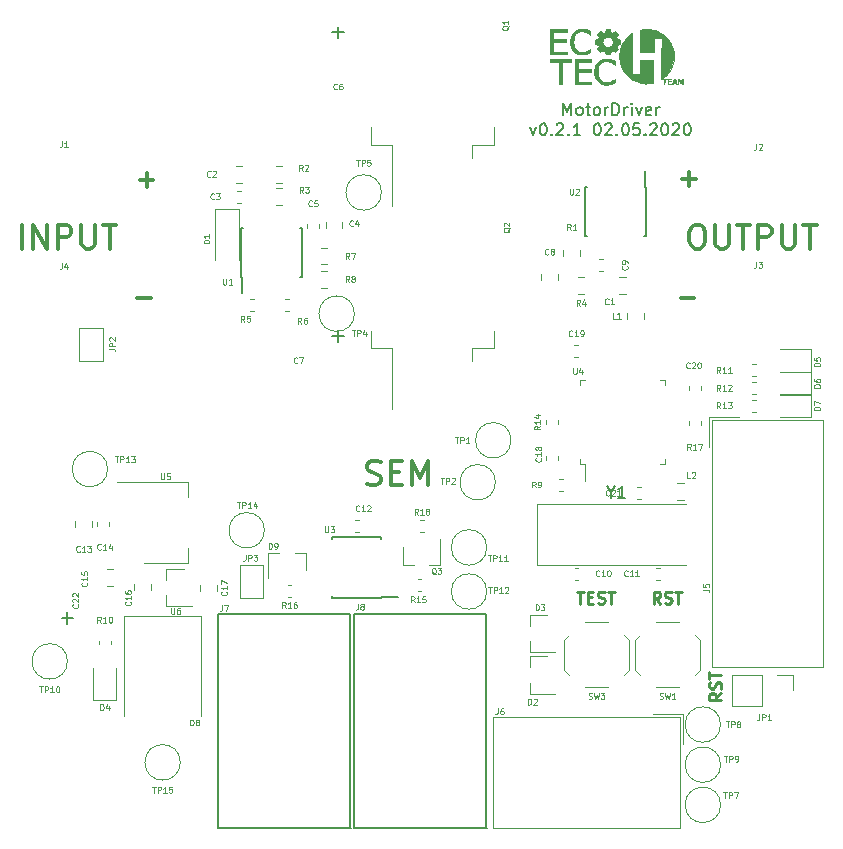
<source format=gto>
G04 #@! TF.GenerationSoftware,KiCad,Pcbnew,5.1.5-52549c5~84~ubuntu18.04.1*
G04 #@! TF.CreationDate,2020-03-12T11:48:39+01:00*
G04 #@! TF.ProjectId,MotorDriver,4d6f746f-7244-4726-9976-65722e6b6963,rev?*
G04 #@! TF.SameCoordinates,Original*
G04 #@! TF.FileFunction,Legend,Top*
G04 #@! TF.FilePolarity,Positive*
%FSLAX46Y46*%
G04 Gerber Fmt 4.6, Leading zero omitted, Abs format (unit mm)*
G04 Created by KiCad (PCBNEW 5.1.5-52549c5~84~ubuntu18.04.1) date 2020-03-12 11:48:39*
%MOMM*%
%LPD*%
G04 APERTURE LIST*
%ADD10C,0.200000*%
%ADD11C,0.250000*%
%ADD12C,0.300000*%
%ADD13C,0.120000*%
%ADD14C,0.010000*%
%ADD15C,0.150000*%
%ADD16C,0.100000*%
G04 APERTURE END LIST*
D10*
X148000000Y-80102380D02*
X148000000Y-79102380D01*
X148333333Y-79816666D01*
X148666666Y-79102380D01*
X148666666Y-80102380D01*
X149285714Y-80102380D02*
X149190476Y-80054761D01*
X149142857Y-80007142D01*
X149095238Y-79911904D01*
X149095238Y-79626190D01*
X149142857Y-79530952D01*
X149190476Y-79483333D01*
X149285714Y-79435714D01*
X149428571Y-79435714D01*
X149523809Y-79483333D01*
X149571428Y-79530952D01*
X149619047Y-79626190D01*
X149619047Y-79911904D01*
X149571428Y-80007142D01*
X149523809Y-80054761D01*
X149428571Y-80102380D01*
X149285714Y-80102380D01*
X149904761Y-79435714D02*
X150285714Y-79435714D01*
X150047619Y-79102380D02*
X150047619Y-79959523D01*
X150095238Y-80054761D01*
X150190476Y-80102380D01*
X150285714Y-80102380D01*
X150761904Y-80102380D02*
X150666666Y-80054761D01*
X150619047Y-80007142D01*
X150571428Y-79911904D01*
X150571428Y-79626190D01*
X150619047Y-79530952D01*
X150666666Y-79483333D01*
X150761904Y-79435714D01*
X150904761Y-79435714D01*
X151000000Y-79483333D01*
X151047619Y-79530952D01*
X151095238Y-79626190D01*
X151095238Y-79911904D01*
X151047619Y-80007142D01*
X151000000Y-80054761D01*
X150904761Y-80102380D01*
X150761904Y-80102380D01*
X151523809Y-80102380D02*
X151523809Y-79435714D01*
X151523809Y-79626190D02*
X151571428Y-79530952D01*
X151619047Y-79483333D01*
X151714285Y-79435714D01*
X151809523Y-79435714D01*
X152142857Y-80102380D02*
X152142857Y-79102380D01*
X152380952Y-79102380D01*
X152523809Y-79150000D01*
X152619047Y-79245238D01*
X152666666Y-79340476D01*
X152714285Y-79530952D01*
X152714285Y-79673809D01*
X152666666Y-79864285D01*
X152619047Y-79959523D01*
X152523809Y-80054761D01*
X152380952Y-80102380D01*
X152142857Y-80102380D01*
X153142857Y-80102380D02*
X153142857Y-79435714D01*
X153142857Y-79626190D02*
X153190476Y-79530952D01*
X153238095Y-79483333D01*
X153333333Y-79435714D01*
X153428571Y-79435714D01*
X153761904Y-80102380D02*
X153761904Y-79435714D01*
X153761904Y-79102380D02*
X153714285Y-79150000D01*
X153761904Y-79197619D01*
X153809523Y-79150000D01*
X153761904Y-79102380D01*
X153761904Y-79197619D01*
X154142857Y-79435714D02*
X154380952Y-80102380D01*
X154619047Y-79435714D01*
X155380952Y-80054761D02*
X155285714Y-80102380D01*
X155095238Y-80102380D01*
X155000000Y-80054761D01*
X154952380Y-79959523D01*
X154952380Y-79578571D01*
X155000000Y-79483333D01*
X155095238Y-79435714D01*
X155285714Y-79435714D01*
X155380952Y-79483333D01*
X155428571Y-79578571D01*
X155428571Y-79673809D01*
X154952380Y-79769047D01*
X155857142Y-80102380D02*
X155857142Y-79435714D01*
X155857142Y-79626190D02*
X155904761Y-79530952D01*
X155952380Y-79483333D01*
X156047619Y-79435714D01*
X156142857Y-79435714D01*
X145190476Y-81135714D02*
X145428571Y-81802380D01*
X145666666Y-81135714D01*
X146238095Y-80802380D02*
X146333333Y-80802380D01*
X146428571Y-80850000D01*
X146476190Y-80897619D01*
X146523809Y-80992857D01*
X146571428Y-81183333D01*
X146571428Y-81421428D01*
X146523809Y-81611904D01*
X146476190Y-81707142D01*
X146428571Y-81754761D01*
X146333333Y-81802380D01*
X146238095Y-81802380D01*
X146142857Y-81754761D01*
X146095238Y-81707142D01*
X146047619Y-81611904D01*
X146000000Y-81421428D01*
X146000000Y-81183333D01*
X146047619Y-80992857D01*
X146095238Y-80897619D01*
X146142857Y-80850000D01*
X146238095Y-80802380D01*
X147000000Y-81707142D02*
X147047619Y-81754761D01*
X147000000Y-81802380D01*
X146952380Y-81754761D01*
X147000000Y-81707142D01*
X147000000Y-81802380D01*
X147428571Y-80897619D02*
X147476190Y-80850000D01*
X147571428Y-80802380D01*
X147809523Y-80802380D01*
X147904761Y-80850000D01*
X147952380Y-80897619D01*
X148000000Y-80992857D01*
X148000000Y-81088095D01*
X147952380Y-81230952D01*
X147380952Y-81802380D01*
X148000000Y-81802380D01*
X148428571Y-81707142D02*
X148476190Y-81754761D01*
X148428571Y-81802380D01*
X148380952Y-81754761D01*
X148428571Y-81707142D01*
X148428571Y-81802380D01*
X149428571Y-81802380D02*
X148857142Y-81802380D01*
X149142857Y-81802380D02*
X149142857Y-80802380D01*
X149047619Y-80945238D01*
X148952380Y-81040476D01*
X148857142Y-81088095D01*
X150809523Y-80802380D02*
X150904761Y-80802380D01*
X151000000Y-80850000D01*
X151047619Y-80897619D01*
X151095238Y-80992857D01*
X151142857Y-81183333D01*
X151142857Y-81421428D01*
X151095238Y-81611904D01*
X151047619Y-81707142D01*
X151000000Y-81754761D01*
X150904761Y-81802380D01*
X150809523Y-81802380D01*
X150714285Y-81754761D01*
X150666666Y-81707142D01*
X150619047Y-81611904D01*
X150571428Y-81421428D01*
X150571428Y-81183333D01*
X150619047Y-80992857D01*
X150666666Y-80897619D01*
X150714285Y-80850000D01*
X150809523Y-80802380D01*
X151523809Y-80897619D02*
X151571428Y-80850000D01*
X151666666Y-80802380D01*
X151904761Y-80802380D01*
X152000000Y-80850000D01*
X152047619Y-80897619D01*
X152095238Y-80992857D01*
X152095238Y-81088095D01*
X152047619Y-81230952D01*
X151476190Y-81802380D01*
X152095238Y-81802380D01*
X152523809Y-81707142D02*
X152571428Y-81754761D01*
X152523809Y-81802380D01*
X152476190Y-81754761D01*
X152523809Y-81707142D01*
X152523809Y-81802380D01*
X153190476Y-80802380D02*
X153285714Y-80802380D01*
X153380952Y-80850000D01*
X153428571Y-80897619D01*
X153476190Y-80992857D01*
X153523809Y-81183333D01*
X153523809Y-81421428D01*
X153476190Y-81611904D01*
X153428571Y-81707142D01*
X153380952Y-81754761D01*
X153285714Y-81802380D01*
X153190476Y-81802380D01*
X153095238Y-81754761D01*
X153047619Y-81707142D01*
X153000000Y-81611904D01*
X152952380Y-81421428D01*
X152952380Y-81183333D01*
X153000000Y-80992857D01*
X153047619Y-80897619D01*
X153095238Y-80850000D01*
X153190476Y-80802380D01*
X154428571Y-80802380D02*
X153952380Y-80802380D01*
X153904761Y-81278571D01*
X153952380Y-81230952D01*
X154047619Y-81183333D01*
X154285714Y-81183333D01*
X154380952Y-81230952D01*
X154428571Y-81278571D01*
X154476190Y-81373809D01*
X154476190Y-81611904D01*
X154428571Y-81707142D01*
X154380952Y-81754761D01*
X154285714Y-81802380D01*
X154047619Y-81802380D01*
X153952380Y-81754761D01*
X153904761Y-81707142D01*
X154904761Y-81707142D02*
X154952380Y-81754761D01*
X154904761Y-81802380D01*
X154857142Y-81754761D01*
X154904761Y-81707142D01*
X154904761Y-81802380D01*
X155333333Y-80897619D02*
X155380952Y-80850000D01*
X155476190Y-80802380D01*
X155714285Y-80802380D01*
X155809523Y-80850000D01*
X155857142Y-80897619D01*
X155904761Y-80992857D01*
X155904761Y-81088095D01*
X155857142Y-81230952D01*
X155285714Y-81802380D01*
X155904761Y-81802380D01*
X156523809Y-80802380D02*
X156619047Y-80802380D01*
X156714285Y-80850000D01*
X156761904Y-80897619D01*
X156809523Y-80992857D01*
X156857142Y-81183333D01*
X156857142Y-81421428D01*
X156809523Y-81611904D01*
X156761904Y-81707142D01*
X156714285Y-81754761D01*
X156619047Y-81802380D01*
X156523809Y-81802380D01*
X156428571Y-81754761D01*
X156380952Y-81707142D01*
X156333333Y-81611904D01*
X156285714Y-81421428D01*
X156285714Y-81183333D01*
X156333333Y-80992857D01*
X156380952Y-80897619D01*
X156428571Y-80850000D01*
X156523809Y-80802380D01*
X157238095Y-80897619D02*
X157285714Y-80850000D01*
X157380952Y-80802380D01*
X157619047Y-80802380D01*
X157714285Y-80850000D01*
X157761904Y-80897619D01*
X157809523Y-80992857D01*
X157809523Y-81088095D01*
X157761904Y-81230952D01*
X157190476Y-81802380D01*
X157809523Y-81802380D01*
X158428571Y-80802380D02*
X158523809Y-80802380D01*
X158619047Y-80850000D01*
X158666666Y-80897619D01*
X158714285Y-80992857D01*
X158761904Y-81183333D01*
X158761904Y-81421428D01*
X158714285Y-81611904D01*
X158666666Y-81707142D01*
X158619047Y-81754761D01*
X158523809Y-81802380D01*
X158428571Y-81802380D01*
X158333333Y-81754761D01*
X158285714Y-81707142D01*
X158238095Y-81611904D01*
X158190476Y-81421428D01*
X158190476Y-81183333D01*
X158238095Y-80992857D01*
X158285714Y-80897619D01*
X158333333Y-80850000D01*
X158428571Y-80802380D01*
D11*
X149154761Y-120452380D02*
X149726190Y-120452380D01*
X149440476Y-121452380D02*
X149440476Y-120452380D01*
X150059523Y-120928571D02*
X150392857Y-120928571D01*
X150535714Y-121452380D02*
X150059523Y-121452380D01*
X150059523Y-120452380D01*
X150535714Y-120452380D01*
X150916666Y-121404761D02*
X151059523Y-121452380D01*
X151297619Y-121452380D01*
X151392857Y-121404761D01*
X151440476Y-121357142D01*
X151488095Y-121261904D01*
X151488095Y-121166666D01*
X151440476Y-121071428D01*
X151392857Y-121023809D01*
X151297619Y-120976190D01*
X151107142Y-120928571D01*
X151011904Y-120880952D01*
X150964285Y-120833333D01*
X150916666Y-120738095D01*
X150916666Y-120642857D01*
X150964285Y-120547619D01*
X151011904Y-120500000D01*
X151107142Y-120452380D01*
X151345238Y-120452380D01*
X151488095Y-120500000D01*
X151773809Y-120452380D02*
X152345238Y-120452380D01*
X152059523Y-121452380D02*
X152059523Y-120452380D01*
X156202380Y-121452380D02*
X155869047Y-120976190D01*
X155630952Y-121452380D02*
X155630952Y-120452380D01*
X156011904Y-120452380D01*
X156107142Y-120500000D01*
X156154761Y-120547619D01*
X156202380Y-120642857D01*
X156202380Y-120785714D01*
X156154761Y-120880952D01*
X156107142Y-120928571D01*
X156011904Y-120976190D01*
X155630952Y-120976190D01*
X156583333Y-121404761D02*
X156726190Y-121452380D01*
X156964285Y-121452380D01*
X157059523Y-121404761D01*
X157107142Y-121357142D01*
X157154761Y-121261904D01*
X157154761Y-121166666D01*
X157107142Y-121071428D01*
X157059523Y-121023809D01*
X156964285Y-120976190D01*
X156773809Y-120928571D01*
X156678571Y-120880952D01*
X156630952Y-120833333D01*
X156583333Y-120738095D01*
X156583333Y-120642857D01*
X156630952Y-120547619D01*
X156678571Y-120500000D01*
X156773809Y-120452380D01*
X157011904Y-120452380D01*
X157154761Y-120500000D01*
X157440476Y-120452380D02*
X158011904Y-120452380D01*
X157726190Y-121452380D02*
X157726190Y-120452380D01*
X161352380Y-129047619D02*
X160876190Y-129380952D01*
X161352380Y-129619047D02*
X160352380Y-129619047D01*
X160352380Y-129238095D01*
X160400000Y-129142857D01*
X160447619Y-129095238D01*
X160542857Y-129047619D01*
X160685714Y-129047619D01*
X160780952Y-129095238D01*
X160828571Y-129142857D01*
X160876190Y-129238095D01*
X160876190Y-129619047D01*
X161304761Y-128666666D02*
X161352380Y-128523809D01*
X161352380Y-128285714D01*
X161304761Y-128190476D01*
X161257142Y-128142857D01*
X161161904Y-128095238D01*
X161066666Y-128095238D01*
X160971428Y-128142857D01*
X160923809Y-128190476D01*
X160876190Y-128285714D01*
X160828571Y-128476190D01*
X160780952Y-128571428D01*
X160733333Y-128619047D01*
X160638095Y-128666666D01*
X160542857Y-128666666D01*
X160447619Y-128619047D01*
X160400000Y-128571428D01*
X160352380Y-128476190D01*
X160352380Y-128238095D01*
X160400000Y-128095238D01*
X160352380Y-127809523D02*
X160352380Y-127238095D01*
X161352380Y-127523809D02*
X160352380Y-127523809D01*
D12*
X157928571Y-95607142D02*
X159071428Y-95607142D01*
X158607142Y-86071428D02*
X158607142Y-84928571D01*
X159178571Y-85500000D02*
X158035714Y-85500000D01*
X159140476Y-89404761D02*
X159521428Y-89404761D01*
X159711904Y-89500000D01*
X159902380Y-89690476D01*
X159997619Y-90071428D01*
X159997619Y-90738095D01*
X159902380Y-91119047D01*
X159711904Y-91309523D01*
X159521428Y-91404761D01*
X159140476Y-91404761D01*
X158950000Y-91309523D01*
X158759523Y-91119047D01*
X158664285Y-90738095D01*
X158664285Y-90071428D01*
X158759523Y-89690476D01*
X158950000Y-89500000D01*
X159140476Y-89404761D01*
X160854761Y-89404761D02*
X160854761Y-91023809D01*
X160950000Y-91214285D01*
X161045238Y-91309523D01*
X161235714Y-91404761D01*
X161616666Y-91404761D01*
X161807142Y-91309523D01*
X161902380Y-91214285D01*
X161997619Y-91023809D01*
X161997619Y-89404761D01*
X162664285Y-89404761D02*
X163807142Y-89404761D01*
X163235714Y-91404761D02*
X163235714Y-89404761D01*
X164473809Y-91404761D02*
X164473809Y-89404761D01*
X165235714Y-89404761D01*
X165426190Y-89500000D01*
X165521428Y-89595238D01*
X165616666Y-89785714D01*
X165616666Y-90071428D01*
X165521428Y-90261904D01*
X165426190Y-90357142D01*
X165235714Y-90452380D01*
X164473809Y-90452380D01*
X166473809Y-89404761D02*
X166473809Y-91023809D01*
X166569047Y-91214285D01*
X166664285Y-91309523D01*
X166854761Y-91404761D01*
X167235714Y-91404761D01*
X167426190Y-91309523D01*
X167521428Y-91214285D01*
X167616666Y-91023809D01*
X167616666Y-89404761D01*
X168283333Y-89404761D02*
X169426190Y-89404761D01*
X168854761Y-91404761D02*
X168854761Y-89404761D01*
X111919371Y-95546742D02*
X113062228Y-95546742D01*
X112699542Y-86155828D02*
X112699542Y-85012971D01*
X113270971Y-85584400D02*
X112128114Y-85584400D01*
X102142857Y-91404761D02*
X102142857Y-89404761D01*
X103095238Y-91404761D02*
X103095238Y-89404761D01*
X104238095Y-91404761D01*
X104238095Y-89404761D01*
X105190476Y-91404761D02*
X105190476Y-89404761D01*
X105952380Y-89404761D01*
X106142857Y-89500000D01*
X106238095Y-89595238D01*
X106333333Y-89785714D01*
X106333333Y-90071428D01*
X106238095Y-90261904D01*
X106142857Y-90357142D01*
X105952380Y-90452380D01*
X105190476Y-90452380D01*
X107190476Y-89404761D02*
X107190476Y-91023809D01*
X107285714Y-91214285D01*
X107380952Y-91309523D01*
X107571428Y-91404761D01*
X107952380Y-91404761D01*
X108142857Y-91309523D01*
X108238095Y-91214285D01*
X108333333Y-91023809D01*
X108333333Y-89404761D01*
X109000000Y-89404761D02*
X110142857Y-89404761D01*
X109571428Y-91404761D02*
X109571428Y-89404761D01*
X131380952Y-111309523D02*
X131666666Y-111404761D01*
X132142857Y-111404761D01*
X132333333Y-111309523D01*
X132428571Y-111214285D01*
X132523809Y-111023809D01*
X132523809Y-110833333D01*
X132428571Y-110642857D01*
X132333333Y-110547619D01*
X132142857Y-110452380D01*
X131761904Y-110357142D01*
X131571428Y-110261904D01*
X131476190Y-110166666D01*
X131380952Y-109976190D01*
X131380952Y-109785714D01*
X131476190Y-109595238D01*
X131571428Y-109500000D01*
X131761904Y-109404761D01*
X132238095Y-109404761D01*
X132523809Y-109500000D01*
X133380952Y-110357142D02*
X134047619Y-110357142D01*
X134333333Y-111404761D02*
X133380952Y-111404761D01*
X133380952Y-109404761D01*
X134333333Y-109404761D01*
X135190476Y-111404761D02*
X135190476Y-109404761D01*
X135857142Y-110833333D01*
X136523809Y-109404761D01*
X136523809Y-111404761D01*
D13*
X156560000Y-109660000D02*
X156560000Y-109240000D01*
X149440000Y-109660000D02*
X149860000Y-109660000D01*
X149860000Y-109660000D02*
X149860000Y-111040000D01*
X149440000Y-102540000D02*
X149440000Y-102960000D01*
X156560000Y-102540000D02*
X156560000Y-102960000D01*
X149440000Y-109660000D02*
X149440000Y-109240000D01*
X156560000Y-109660000D02*
X156140000Y-109660000D01*
X156560000Y-102540000D02*
X156140000Y-102540000D01*
X149440000Y-102540000D02*
X149860000Y-102540000D01*
D14*
G36*
X151726990Y-75328601D02*
G01*
X151843482Y-75339822D01*
X151945562Y-75359344D01*
X151949494Y-75360368D01*
X151995249Y-75373897D01*
X152053356Y-75393166D01*
X152117882Y-75415966D01*
X152182894Y-75440088D01*
X152242458Y-75463322D01*
X152290641Y-75483459D01*
X152321510Y-75498289D01*
X152324329Y-75499949D01*
X152331537Y-75511973D01*
X152335922Y-75539394D01*
X152337725Y-75585368D01*
X152337188Y-75653049D01*
X152336933Y-75664753D01*
X152333350Y-75819554D01*
X152244450Y-75754161D01*
X152133283Y-75682393D01*
X152011827Y-75621376D01*
X151890037Y-75575901D01*
X151851893Y-75565228D01*
X151761736Y-75548657D01*
X151661152Y-75540579D01*
X151559695Y-75541113D01*
X151466917Y-75550379D01*
X151420783Y-75559819D01*
X151301597Y-75603039D01*
X151195561Y-75667046D01*
X151103485Y-75750425D01*
X151026179Y-75851764D01*
X150964453Y-75969647D01*
X150919116Y-76102660D01*
X150890980Y-76249391D01*
X150880852Y-76408424D01*
X150883136Y-76498550D01*
X150901536Y-76661940D01*
X150937535Y-76808788D01*
X150990666Y-76938449D01*
X151060464Y-77050280D01*
X151146464Y-77143640D01*
X151248201Y-77217884D01*
X151365208Y-77272371D01*
X151463400Y-77300030D01*
X151552008Y-77311832D01*
X151653792Y-77314048D01*
X151758548Y-77307018D01*
X151856072Y-77291083D01*
X151876150Y-77286261D01*
X151961945Y-77257444D01*
X152056631Y-77214298D01*
X152151824Y-77161121D01*
X152239145Y-77102211D01*
X152247625Y-77095784D01*
X152339700Y-77025136D01*
X152339700Y-77339339D01*
X152253975Y-77378546D01*
X152158768Y-77420423D01*
X152076765Y-77452385D01*
X151999367Y-77477543D01*
X151927694Y-77496660D01*
X151857362Y-77509870D01*
X151771862Y-77519885D01*
X151679390Y-77526294D01*
X151588141Y-77528682D01*
X151506308Y-77526637D01*
X151448337Y-77520803D01*
X151309413Y-77492111D01*
X151189152Y-77452070D01*
X151082404Y-77398158D01*
X150984016Y-77327858D01*
X150904600Y-77254840D01*
X150821045Y-77162331D01*
X150761421Y-77077767D01*
X150749869Y-77057132D01*
X150693769Y-76927402D01*
X150652377Y-76781774D01*
X150625976Y-76625256D01*
X150614850Y-76462856D01*
X150619283Y-76299582D01*
X150639557Y-76140444D01*
X150675957Y-75990450D01*
X150687493Y-75955303D01*
X150749838Y-75812269D01*
X150831398Y-75685378D01*
X150930935Y-75575713D01*
X151047213Y-75484354D01*
X151178995Y-75412380D01*
X151325046Y-75360873D01*
X151383759Y-75346947D01*
X151487857Y-75331944D01*
X151605357Y-75325902D01*
X151726990Y-75328601D01*
G37*
X151726990Y-75328601D02*
X151843482Y-75339822D01*
X151945562Y-75359344D01*
X151949494Y-75360368D01*
X151995249Y-75373897D01*
X152053356Y-75393166D01*
X152117882Y-75415966D01*
X152182894Y-75440088D01*
X152242458Y-75463322D01*
X152290641Y-75483459D01*
X152321510Y-75498289D01*
X152324329Y-75499949D01*
X152331537Y-75511973D01*
X152335922Y-75539394D01*
X152337725Y-75585368D01*
X152337188Y-75653049D01*
X152336933Y-75664753D01*
X152333350Y-75819554D01*
X152244450Y-75754161D01*
X152133283Y-75682393D01*
X152011827Y-75621376D01*
X151890037Y-75575901D01*
X151851893Y-75565228D01*
X151761736Y-75548657D01*
X151661152Y-75540579D01*
X151559695Y-75541113D01*
X151466917Y-75550379D01*
X151420783Y-75559819D01*
X151301597Y-75603039D01*
X151195561Y-75667046D01*
X151103485Y-75750425D01*
X151026179Y-75851764D01*
X150964453Y-75969647D01*
X150919116Y-76102660D01*
X150890980Y-76249391D01*
X150880852Y-76408424D01*
X150883136Y-76498550D01*
X150901536Y-76661940D01*
X150937535Y-76808788D01*
X150990666Y-76938449D01*
X151060464Y-77050280D01*
X151146464Y-77143640D01*
X151248201Y-77217884D01*
X151365208Y-77272371D01*
X151463400Y-77300030D01*
X151552008Y-77311832D01*
X151653792Y-77314048D01*
X151758548Y-77307018D01*
X151856072Y-77291083D01*
X151876150Y-77286261D01*
X151961945Y-77257444D01*
X152056631Y-77214298D01*
X152151824Y-77161121D01*
X152239145Y-77102211D01*
X152247625Y-77095784D01*
X152339700Y-77025136D01*
X152339700Y-77339339D01*
X152253975Y-77378546D01*
X152158768Y-77420423D01*
X152076765Y-77452385D01*
X151999367Y-77477543D01*
X151927694Y-77496660D01*
X151857362Y-77509870D01*
X151771862Y-77519885D01*
X151679390Y-77526294D01*
X151588141Y-77528682D01*
X151506308Y-77526637D01*
X151448337Y-77520803D01*
X151309413Y-77492111D01*
X151189152Y-77452070D01*
X151082404Y-77398158D01*
X150984016Y-77327858D01*
X150904600Y-77254840D01*
X150821045Y-77162331D01*
X150761421Y-77077767D01*
X150749869Y-77057132D01*
X150693769Y-76927402D01*
X150652377Y-76781774D01*
X150625976Y-76625256D01*
X150614850Y-76462856D01*
X150619283Y-76299582D01*
X150639557Y-76140444D01*
X150675957Y-75990450D01*
X150687493Y-75955303D01*
X150749838Y-75812269D01*
X150831398Y-75685378D01*
X150930935Y-75575713D01*
X151047213Y-75484354D01*
X151178995Y-75412380D01*
X151325046Y-75360873D01*
X151383759Y-75346947D01*
X151487857Y-75331944D01*
X151605357Y-75325902D01*
X151726990Y-75328601D01*
G36*
X155144050Y-72803607D02*
G01*
X155365489Y-72824304D01*
X155582817Y-72864693D01*
X155791298Y-72924542D01*
X155793101Y-72925162D01*
X155881617Y-72959303D01*
X155982635Y-73004269D01*
X156089009Y-73056394D01*
X156193596Y-73112009D01*
X156289248Y-73167448D01*
X156368823Y-73219041D01*
X156377283Y-73225037D01*
X156528831Y-73344820D01*
X156675568Y-73482033D01*
X156811912Y-73630756D01*
X156932277Y-73785070D01*
X156997299Y-73882350D01*
X157113995Y-74092844D01*
X157207167Y-74310901D01*
X157276924Y-74534777D01*
X157323376Y-74762731D01*
X157346635Y-74993020D01*
X157346810Y-75223903D01*
X157324011Y-75453637D01*
X157278349Y-75680480D01*
X157209933Y-75902691D01*
X157118874Y-76118527D01*
X157005282Y-76326246D01*
X156869267Y-76524106D01*
X156826821Y-76577945D01*
X156753951Y-76662310D01*
X156672044Y-76748144D01*
X156587282Y-76829453D01*
X156505845Y-76900245D01*
X156450026Y-76943292D01*
X156414569Y-76969951D01*
X156389047Y-76991491D01*
X156378915Y-77003303D01*
X156378909Y-77003375D01*
X156390617Y-77006816D01*
X156423174Y-77009703D01*
X156472028Y-77011790D01*
X156532632Y-77012829D01*
X156553983Y-77012900D01*
X156625207Y-77013287D01*
X156674697Y-77014716D01*
X156706111Y-77017581D01*
X156723108Y-77022280D01*
X156729345Y-77029209D01*
X156729666Y-77031950D01*
X156724336Y-77042423D01*
X156705215Y-77048354D01*
X156667603Y-77050777D01*
X156643176Y-77051000D01*
X156556686Y-77051000D01*
X156553218Y-77276261D01*
X156551667Y-77358406D01*
X156549695Y-77418494D01*
X156546963Y-77459867D01*
X156543134Y-77485870D01*
X156537869Y-77499844D01*
X156530831Y-77505132D01*
X156530080Y-77505300D01*
X156507502Y-77503725D01*
X156501505Y-77500172D01*
X156498597Y-77485139D01*
X156496087Y-77449014D01*
X156494142Y-77396103D01*
X156492929Y-77330715D01*
X156492600Y-77271133D01*
X156492600Y-77051000D01*
X156285200Y-77051000D01*
X156293514Y-75323800D01*
X156301828Y-73596599D01*
X155965414Y-73596600D01*
X155629000Y-73596600D01*
X155626037Y-74107775D01*
X155625375Y-74223117D01*
X155624755Y-74333710D01*
X155624192Y-74436239D01*
X155623706Y-74527392D01*
X155623312Y-74603855D01*
X155623030Y-74662316D01*
X155622877Y-74699462D01*
X155622862Y-74704696D01*
X155622650Y-74790443D01*
X155035275Y-74790421D01*
X154447900Y-74790400D01*
X154447900Y-72875715D01*
X154502424Y-72861986D01*
X154707781Y-72822216D01*
X154923235Y-72802833D01*
X155144050Y-72803607D01*
G37*
X155144050Y-72803607D02*
X155365489Y-72824304D01*
X155582817Y-72864693D01*
X155791298Y-72924542D01*
X155793101Y-72925162D01*
X155881617Y-72959303D01*
X155982635Y-73004269D01*
X156089009Y-73056394D01*
X156193596Y-73112009D01*
X156289248Y-73167448D01*
X156368823Y-73219041D01*
X156377283Y-73225037D01*
X156528831Y-73344820D01*
X156675568Y-73482033D01*
X156811912Y-73630756D01*
X156932277Y-73785070D01*
X156997299Y-73882350D01*
X157113995Y-74092844D01*
X157207167Y-74310901D01*
X157276924Y-74534777D01*
X157323376Y-74762731D01*
X157346635Y-74993020D01*
X157346810Y-75223903D01*
X157324011Y-75453637D01*
X157278349Y-75680480D01*
X157209933Y-75902691D01*
X157118874Y-76118527D01*
X157005282Y-76326246D01*
X156869267Y-76524106D01*
X156826821Y-76577945D01*
X156753951Y-76662310D01*
X156672044Y-76748144D01*
X156587282Y-76829453D01*
X156505845Y-76900245D01*
X156450026Y-76943292D01*
X156414569Y-76969951D01*
X156389047Y-76991491D01*
X156378915Y-77003303D01*
X156378909Y-77003375D01*
X156390617Y-77006816D01*
X156423174Y-77009703D01*
X156472028Y-77011790D01*
X156532632Y-77012829D01*
X156553983Y-77012900D01*
X156625207Y-77013287D01*
X156674697Y-77014716D01*
X156706111Y-77017581D01*
X156723108Y-77022280D01*
X156729345Y-77029209D01*
X156729666Y-77031950D01*
X156724336Y-77042423D01*
X156705215Y-77048354D01*
X156667603Y-77050777D01*
X156643176Y-77051000D01*
X156556686Y-77051000D01*
X156553218Y-77276261D01*
X156551667Y-77358406D01*
X156549695Y-77418494D01*
X156546963Y-77459867D01*
X156543134Y-77485870D01*
X156537869Y-77499844D01*
X156530831Y-77505132D01*
X156530080Y-77505300D01*
X156507502Y-77503725D01*
X156501505Y-77500172D01*
X156498597Y-77485139D01*
X156496087Y-77449014D01*
X156494142Y-77396103D01*
X156492929Y-77330715D01*
X156492600Y-77271133D01*
X156492600Y-77051000D01*
X156285200Y-77051000D01*
X156293514Y-75323800D01*
X156301828Y-73596599D01*
X155965414Y-73596600D01*
X155629000Y-73596600D01*
X155626037Y-74107775D01*
X155625375Y-74223117D01*
X155624755Y-74333710D01*
X155624192Y-74436239D01*
X155623706Y-74527392D01*
X155623312Y-74603855D01*
X155623030Y-74662316D01*
X155622877Y-74699462D01*
X155622862Y-74704696D01*
X155622650Y-74790443D01*
X155035275Y-74790421D01*
X154447900Y-74790400D01*
X154447900Y-72875715D01*
X154502424Y-72861986D01*
X154707781Y-72822216D01*
X154923235Y-72802833D01*
X155144050Y-72803607D01*
G36*
X157036097Y-77013349D02*
G01*
X157081776Y-77015004D01*
X157109706Y-77018322D01*
X157123707Y-77023761D01*
X157127599Y-77031781D01*
X157127600Y-77031950D01*
X157123511Y-77040649D01*
X157108513Y-77046308D01*
X157078505Y-77049513D01*
X157029386Y-77050849D01*
X156994250Y-77051000D01*
X156860900Y-77051000D01*
X156860900Y-77216100D01*
X156987900Y-77216100D01*
X157047122Y-77216729D01*
X157085144Y-77219035D01*
X157106144Y-77223645D01*
X157114298Y-77231185D01*
X157114900Y-77235150D01*
X157110703Y-77244033D01*
X157095327Y-77249736D01*
X157064595Y-77252886D01*
X157014329Y-77254109D01*
X156987900Y-77254200D01*
X156860900Y-77254200D01*
X156860900Y-77457400D01*
X156995181Y-77457400D01*
X157055003Y-77457778D01*
X157093679Y-77459396D01*
X157115459Y-77462981D01*
X157124591Y-77469260D01*
X157125324Y-77478957D01*
X157125201Y-77479625D01*
X157120631Y-77489100D01*
X157108408Y-77495698D01*
X157084353Y-77500092D01*
X157044288Y-77502958D01*
X156984036Y-77504971D01*
X156965520Y-77505415D01*
X156810100Y-77508981D01*
X156810100Y-77012900D01*
X156968850Y-77012900D01*
X157036097Y-77013349D01*
G37*
X157036097Y-77013349D02*
X157081776Y-77015004D01*
X157109706Y-77018322D01*
X157123707Y-77023761D01*
X157127599Y-77031781D01*
X157127600Y-77031950D01*
X157123511Y-77040649D01*
X157108513Y-77046308D01*
X157078505Y-77049513D01*
X157029386Y-77050849D01*
X156994250Y-77051000D01*
X156860900Y-77051000D01*
X156860900Y-77216100D01*
X156987900Y-77216100D01*
X157047122Y-77216729D01*
X157085144Y-77219035D01*
X157106144Y-77223645D01*
X157114298Y-77231185D01*
X157114900Y-77235150D01*
X157110703Y-77244033D01*
X157095327Y-77249736D01*
X157064595Y-77252886D01*
X157014329Y-77254109D01*
X156987900Y-77254200D01*
X156860900Y-77254200D01*
X156860900Y-77457400D01*
X156995181Y-77457400D01*
X157055003Y-77457778D01*
X157093679Y-77459396D01*
X157115459Y-77462981D01*
X157124591Y-77469260D01*
X157125324Y-77478957D01*
X157125201Y-77479625D01*
X157120631Y-77489100D01*
X157108408Y-77495698D01*
X157084353Y-77500092D01*
X157044288Y-77502958D01*
X156984036Y-77504971D01*
X156965520Y-77505415D01*
X156810100Y-77508981D01*
X156810100Y-77012900D01*
X156968850Y-77012900D01*
X157036097Y-77013349D01*
G36*
X157515170Y-77249673D02*
G01*
X157542455Y-77322831D01*
X157566765Y-77387916D01*
X157586688Y-77441155D01*
X157600812Y-77478776D01*
X157607726Y-77497007D01*
X157608083Y-77497907D01*
X157600792Y-77505747D01*
X157582604Y-77508200D01*
X157564205Y-77504140D01*
X157549455Y-77488409D01*
X157534268Y-77455674D01*
X157526633Y-77435175D01*
X157500375Y-77362150D01*
X157276420Y-77362150D01*
X157250347Y-77435175D01*
X157231505Y-77480254D01*
X157214346Y-77503373D01*
X157201337Y-77508200D01*
X157182464Y-77500989D01*
X157179106Y-77492325D01*
X157183609Y-77475934D01*
X157195723Y-77439761D01*
X157214049Y-77387772D01*
X157237188Y-77323934D01*
X157243573Y-77306684D01*
X157296783Y-77306684D01*
X157304731Y-77313349D01*
X157327308Y-77316621D01*
X157369133Y-77317654D01*
X157387950Y-77317700D01*
X157437144Y-77317153D01*
X157465569Y-77314744D01*
X157477845Y-77309322D01*
X157478592Y-77299734D01*
X157477102Y-77295475D01*
X157468886Y-77273825D01*
X157454595Y-77235297D01*
X157436817Y-77186887D01*
X157429849Y-77167802D01*
X157412383Y-77121517D01*
X157398057Y-77086572D01*
X157389024Y-77068089D01*
X157387235Y-77066530D01*
X157381207Y-77079536D01*
X157368739Y-77110609D01*
X157352129Y-77153964D01*
X157345386Y-77171978D01*
X157326966Y-77221310D01*
X157311133Y-77263387D01*
X157300593Y-77291022D01*
X157298847Y-77295475D01*
X157296783Y-77306684D01*
X157243573Y-77306684D01*
X157263739Y-77252212D01*
X157265371Y-77247850D01*
X157295106Y-77168780D01*
X157317733Y-77110347D01*
X157334945Y-77069360D01*
X157348436Y-77042630D01*
X157359898Y-77026966D01*
X157371024Y-77019179D01*
X157383510Y-77016078D01*
X157388711Y-77015490D01*
X157426491Y-77011731D01*
X157515170Y-77249673D01*
G37*
X157515170Y-77249673D02*
X157542455Y-77322831D01*
X157566765Y-77387916D01*
X157586688Y-77441155D01*
X157600812Y-77478776D01*
X157607726Y-77497007D01*
X157608083Y-77497907D01*
X157600792Y-77505747D01*
X157582604Y-77508200D01*
X157564205Y-77504140D01*
X157549455Y-77488409D01*
X157534268Y-77455674D01*
X157526633Y-77435175D01*
X157500375Y-77362150D01*
X157276420Y-77362150D01*
X157250347Y-77435175D01*
X157231505Y-77480254D01*
X157214346Y-77503373D01*
X157201337Y-77508200D01*
X157182464Y-77500989D01*
X157179106Y-77492325D01*
X157183609Y-77475934D01*
X157195723Y-77439761D01*
X157214049Y-77387772D01*
X157237188Y-77323934D01*
X157243573Y-77306684D01*
X157296783Y-77306684D01*
X157304731Y-77313349D01*
X157327308Y-77316621D01*
X157369133Y-77317654D01*
X157387950Y-77317700D01*
X157437144Y-77317153D01*
X157465569Y-77314744D01*
X157477845Y-77309322D01*
X157478592Y-77299734D01*
X157477102Y-77295475D01*
X157468886Y-77273825D01*
X157454595Y-77235297D01*
X157436817Y-77186887D01*
X157429849Y-77167802D01*
X157412383Y-77121517D01*
X157398057Y-77086572D01*
X157389024Y-77068089D01*
X157387235Y-77066530D01*
X157381207Y-77079536D01*
X157368739Y-77110609D01*
X157352129Y-77153964D01*
X157345386Y-77171978D01*
X157326966Y-77221310D01*
X157311133Y-77263387D01*
X157300593Y-77291022D01*
X157298847Y-77295475D01*
X157296783Y-77306684D01*
X157243573Y-77306684D01*
X157263739Y-77252212D01*
X157265371Y-77247850D01*
X157295106Y-77168780D01*
X157317733Y-77110347D01*
X157334945Y-77069360D01*
X157348436Y-77042630D01*
X157359898Y-77026966D01*
X157371024Y-77019179D01*
X157383510Y-77016078D01*
X157388711Y-77015490D01*
X157426491Y-77011731D01*
X157515170Y-77249673D01*
G36*
X157737580Y-77014697D02*
G01*
X157751509Y-77022594D01*
X157766374Y-77040346D01*
X157784983Y-77071711D01*
X157810139Y-77120444D01*
X157826100Y-77152600D01*
X157853055Y-77206100D01*
X157876301Y-77250133D01*
X157893447Y-77280313D01*
X157902102Y-77292258D01*
X157902300Y-77292300D01*
X157910369Y-77281589D01*
X157927073Y-77252380D01*
X157950020Y-77209055D01*
X157976820Y-77155999D01*
X157978500Y-77152600D01*
X158007995Y-77093743D01*
X158029536Y-77054138D01*
X158045928Y-77030029D01*
X158059976Y-77017659D01*
X158074485Y-77013273D01*
X158082814Y-77012900D01*
X158118200Y-77012900D01*
X158118200Y-77260550D01*
X158118090Y-77345614D01*
X158117539Y-77408592D01*
X158116210Y-77452795D01*
X158113767Y-77481535D01*
X158109875Y-77498127D01*
X158104198Y-77505881D01*
X158096400Y-77508111D01*
X158093099Y-77508200D01*
X158083976Y-77506937D01*
X158077288Y-77500801D01*
X158072576Y-77486272D01*
X158069379Y-77459828D01*
X158067237Y-77417948D01*
X158065688Y-77357112D01*
X158064524Y-77289732D01*
X158061050Y-77071264D01*
X157988506Y-77219882D01*
X157960495Y-77275321D01*
X157935423Y-77321367D01*
X157915757Y-77353735D01*
X157903964Y-77368144D01*
X157902884Y-77368500D01*
X157892602Y-77357788D01*
X157873703Y-77328472D01*
X157848702Y-77284779D01*
X157820112Y-77230935D01*
X157814161Y-77219275D01*
X157738517Y-77070050D01*
X157737858Y-77289125D01*
X157737488Y-77368450D01*
X157736649Y-77425897D01*
X157734922Y-77464986D01*
X157731887Y-77489239D01*
X157727127Y-77502177D01*
X157720222Y-77507322D01*
X157711800Y-77508200D01*
X157703076Y-77507181D01*
X157696619Y-77501916D01*
X157692086Y-77489091D01*
X157689139Y-77465390D01*
X157687437Y-77427500D01*
X157686641Y-77372106D01*
X157686410Y-77295895D01*
X157686400Y-77260550D01*
X157686400Y-77012900D01*
X157721785Y-77012900D01*
X157737580Y-77014697D01*
G37*
X157737580Y-77014697D02*
X157751509Y-77022594D01*
X157766374Y-77040346D01*
X157784983Y-77071711D01*
X157810139Y-77120444D01*
X157826100Y-77152600D01*
X157853055Y-77206100D01*
X157876301Y-77250133D01*
X157893447Y-77280313D01*
X157902102Y-77292258D01*
X157902300Y-77292300D01*
X157910369Y-77281589D01*
X157927073Y-77252380D01*
X157950020Y-77209055D01*
X157976820Y-77155999D01*
X157978500Y-77152600D01*
X158007995Y-77093743D01*
X158029536Y-77054138D01*
X158045928Y-77030029D01*
X158059976Y-77017659D01*
X158074485Y-77013273D01*
X158082814Y-77012900D01*
X158118200Y-77012900D01*
X158118200Y-77260550D01*
X158118090Y-77345614D01*
X158117539Y-77408592D01*
X158116210Y-77452795D01*
X158113767Y-77481535D01*
X158109875Y-77498127D01*
X158104198Y-77505881D01*
X158096400Y-77508111D01*
X158093099Y-77508200D01*
X158083976Y-77506937D01*
X158077288Y-77500801D01*
X158072576Y-77486272D01*
X158069379Y-77459828D01*
X158067237Y-77417948D01*
X158065688Y-77357112D01*
X158064524Y-77289732D01*
X158061050Y-77071264D01*
X157988506Y-77219882D01*
X157960495Y-77275321D01*
X157935423Y-77321367D01*
X157915757Y-77353735D01*
X157903964Y-77368144D01*
X157902884Y-77368500D01*
X157892602Y-77357788D01*
X157873703Y-77328472D01*
X157848702Y-77284779D01*
X157820112Y-77230935D01*
X157814161Y-77219275D01*
X157738517Y-77070050D01*
X157737858Y-77289125D01*
X157737488Y-77368450D01*
X157736649Y-77425897D01*
X157734922Y-77464986D01*
X157731887Y-77489239D01*
X157727127Y-77502177D01*
X157720222Y-77507322D01*
X157711800Y-77508200D01*
X157703076Y-77507181D01*
X157696619Y-77501916D01*
X157692086Y-77489091D01*
X157689139Y-77465390D01*
X157687437Y-77427500D01*
X157686641Y-77372106D01*
X157686410Y-77295895D01*
X157686400Y-77260550D01*
X157686400Y-77012900D01*
X157721785Y-77012900D01*
X157737580Y-77014697D01*
G36*
X148644000Y-75577800D02*
G01*
X147882000Y-75577800D01*
X147882000Y-77495500D01*
X147615300Y-77495500D01*
X147615300Y-75577800D01*
X146859650Y-75577800D01*
X146859650Y-75361900D01*
X148644000Y-75361900D01*
X148644000Y-75577800D01*
G37*
X148644000Y-75577800D02*
X147882000Y-75577800D01*
X147882000Y-77495500D01*
X147615300Y-77495500D01*
X147615300Y-75577800D01*
X146859650Y-75577800D01*
X146859650Y-75361900D01*
X148644000Y-75361900D01*
X148644000Y-75577800D01*
G36*
X150333100Y-75577800D02*
G01*
X149202800Y-75577800D01*
X149202800Y-76212800D01*
X150307700Y-76212800D01*
X150307700Y-76441400D01*
X149202800Y-76441400D01*
X149202800Y-77266900D01*
X150333100Y-77266900D01*
X150333100Y-77495500D01*
X148948800Y-77495500D01*
X148948800Y-75361900D01*
X150333100Y-75361900D01*
X150333100Y-75577800D01*
G37*
X150333100Y-75577800D02*
X149202800Y-75577800D01*
X149202800Y-76212800D01*
X150307700Y-76212800D01*
X150307700Y-76441400D01*
X149202800Y-76441400D01*
X149202800Y-77266900D01*
X150333100Y-77266900D01*
X150333100Y-77495500D01*
X148948800Y-77495500D01*
X148948800Y-75361900D01*
X150333100Y-75361900D01*
X150333100Y-75577800D01*
G36*
X153771670Y-74902717D02*
G01*
X153774890Y-76631900D01*
X154447900Y-76631900D01*
X154447900Y-75463500D01*
X155616300Y-75463500D01*
X155616300Y-77353764D01*
X155530575Y-77372983D01*
X155399054Y-77397051D01*
X155254127Y-77414274D01*
X155105323Y-77424001D01*
X154962171Y-77425581D01*
X154847950Y-77419669D01*
X154602608Y-77385531D01*
X154367144Y-77328070D01*
X154142073Y-77247533D01*
X153927907Y-77144165D01*
X153725160Y-77018210D01*
X153534345Y-76869915D01*
X153368400Y-76712535D01*
X153237635Y-76566110D01*
X153125647Y-76416863D01*
X153026425Y-76256422D01*
X152982458Y-76174700D01*
X152882015Y-75953198D01*
X152805996Y-75726519D01*
X152754311Y-75496135D01*
X152726870Y-75263518D01*
X152723582Y-75030141D01*
X152744358Y-74797477D01*
X152789108Y-74566998D01*
X152857742Y-74340177D01*
X152950169Y-74118486D01*
X153066299Y-73903399D01*
X153127168Y-73807808D01*
X153197617Y-73711718D01*
X153284067Y-73608512D01*
X153380777Y-73504205D01*
X153482007Y-73404812D01*
X153582014Y-73316348D01*
X153640768Y-73269716D01*
X153768450Y-73173535D01*
X153771670Y-74902717D01*
G37*
X153771670Y-74902717D02*
X153774890Y-76631900D01*
X154447900Y-76631900D01*
X154447900Y-75463500D01*
X155616300Y-75463500D01*
X155616300Y-77353764D01*
X155530575Y-77372983D01*
X155399054Y-77397051D01*
X155254127Y-77414274D01*
X155105323Y-77424001D01*
X154962171Y-77425581D01*
X154847950Y-77419669D01*
X154602608Y-77385531D01*
X154367144Y-77328070D01*
X154142073Y-77247533D01*
X153927907Y-77144165D01*
X153725160Y-77018210D01*
X153534345Y-76869915D01*
X153368400Y-76712535D01*
X153237635Y-76566110D01*
X153125647Y-76416863D01*
X153026425Y-76256422D01*
X152982458Y-76174700D01*
X152882015Y-75953198D01*
X152805996Y-75726519D01*
X152754311Y-75496135D01*
X152726870Y-75263518D01*
X152723582Y-75030141D01*
X152744358Y-74797477D01*
X152789108Y-74566998D01*
X152857742Y-74340177D01*
X152950169Y-74118486D01*
X153066299Y-73903399D01*
X153127168Y-73807808D01*
X153197617Y-73711718D01*
X153284067Y-73608512D01*
X153380777Y-73504205D01*
X153482007Y-73404812D01*
X153582014Y-73316348D01*
X153640768Y-73269716D01*
X153768450Y-73173535D01*
X153771670Y-74902717D01*
G36*
X148263000Y-73025100D02*
G01*
X147693616Y-73025100D01*
X147575870Y-73025213D01*
X147466115Y-73025539D01*
X147366920Y-73026054D01*
X147280859Y-73026734D01*
X147210500Y-73027554D01*
X147158415Y-73028493D01*
X147127175Y-73029526D01*
X147118941Y-73030372D01*
X147117633Y-73043990D01*
X147116725Y-73079537D01*
X147116234Y-73133547D01*
X147116180Y-73202551D01*
X147116580Y-73283083D01*
X147117251Y-73354605D01*
X147120853Y-73673566D01*
X147679231Y-73670008D01*
X148237610Y-73666450D01*
X148237605Y-73777442D01*
X148237600Y-73888435D01*
X147678435Y-73891742D01*
X147119270Y-73895050D01*
X147119270Y-74733250D01*
X148263000Y-74739858D01*
X148263000Y-74968200D01*
X146853300Y-74968200D01*
X146853300Y-72796500D01*
X148263000Y-72796500D01*
X148263000Y-73025100D01*
G37*
X148263000Y-73025100D02*
X147693616Y-73025100D01*
X147575870Y-73025213D01*
X147466115Y-73025539D01*
X147366920Y-73026054D01*
X147280859Y-73026734D01*
X147210500Y-73027554D01*
X147158415Y-73028493D01*
X147127175Y-73029526D01*
X147118941Y-73030372D01*
X147117633Y-73043990D01*
X147116725Y-73079537D01*
X147116234Y-73133547D01*
X147116180Y-73202551D01*
X147116580Y-73283083D01*
X147117251Y-73354605D01*
X147120853Y-73673566D01*
X147679231Y-73670008D01*
X148237610Y-73666450D01*
X148237605Y-73777442D01*
X148237600Y-73888435D01*
X147678435Y-73891742D01*
X147119270Y-73895050D01*
X147119270Y-74733250D01*
X148263000Y-74739858D01*
X148263000Y-74968200D01*
X146853300Y-74968200D01*
X146853300Y-72796500D01*
X148263000Y-72796500D01*
X148263000Y-73025100D01*
G36*
X149704734Y-72801471D02*
G01*
X149827509Y-72817221D01*
X149948082Y-72845727D01*
X150074268Y-72888693D01*
X150164825Y-72925974D01*
X150282300Y-72977065D01*
X150282300Y-73128082D01*
X150281768Y-73186629D01*
X150280321Y-73234600D01*
X150278178Y-73267067D01*
X150275560Y-73279099D01*
X150275542Y-73279100D01*
X150262896Y-73272270D01*
X150234414Y-73253907D01*
X150194957Y-73227203D01*
X150168559Y-73208870D01*
X150034033Y-73125116D01*
X149901536Y-73064749D01*
X149767176Y-73026456D01*
X149627057Y-73008924D01*
X149571100Y-73007432D01*
X149431595Y-73017721D01*
X149306091Y-73049169D01*
X149194315Y-73101924D01*
X149095994Y-73176136D01*
X149010853Y-73271954D01*
X148968143Y-73336250D01*
X148915482Y-73444713D01*
X148875716Y-73570230D01*
X148849800Y-73707437D01*
X148838689Y-73850969D01*
X148843338Y-73995463D01*
X148846052Y-74022314D01*
X148872242Y-74178384D01*
X148913827Y-74314974D01*
X148971437Y-74433272D01*
X149045703Y-74534463D01*
X149137254Y-74619737D01*
X149179045Y-74649781D01*
X149255738Y-74694957D01*
X149332411Y-74726218D01*
X149415860Y-74745365D01*
X149512881Y-74754197D01*
X149577450Y-74755304D01*
X149718379Y-74747557D01*
X149844548Y-74723755D01*
X149962050Y-74681825D01*
X150076976Y-74619698D01*
X150172513Y-74553034D01*
X150218155Y-74518441D01*
X150249018Y-74498157D01*
X150267984Y-74494230D01*
X150277936Y-74508712D01*
X150281758Y-74543653D01*
X150282333Y-74601103D01*
X150282300Y-74631117D01*
X150282300Y-74779352D01*
X150188171Y-74822842D01*
X150097069Y-74861601D01*
X149999801Y-74897274D01*
X149904581Y-74927161D01*
X149819626Y-74948561D01*
X149787000Y-74954692D01*
X149719470Y-74962086D01*
X149636746Y-74965899D01*
X149547194Y-74966232D01*
X149459181Y-74963186D01*
X149381074Y-74956860D01*
X149329800Y-74949200D01*
X149179633Y-74907117D01*
X149044355Y-74844621D01*
X148924586Y-74762314D01*
X148820946Y-74660797D01*
X148734056Y-74540672D01*
X148664537Y-74402540D01*
X148615631Y-74257000D01*
X148605598Y-74216763D01*
X148598177Y-74178807D01*
X148592985Y-74138244D01*
X148589640Y-74090184D01*
X148587761Y-74029741D01*
X148586966Y-73952025D01*
X148586850Y-73888700D01*
X148588082Y-73771716D01*
X148592467Y-73674754D01*
X148601033Y-73592523D01*
X148614809Y-73519733D01*
X148634824Y-73451093D01*
X148662107Y-73381314D01*
X148697688Y-73305105D01*
X148702114Y-73296181D01*
X148780284Y-73165625D01*
X148874888Y-73054266D01*
X148985362Y-72962429D01*
X149111142Y-72890437D01*
X149251665Y-72838614D01*
X149406364Y-72807284D01*
X149571942Y-72796774D01*
X149704734Y-72801471D01*
G37*
X149704734Y-72801471D02*
X149827509Y-72817221D01*
X149948082Y-72845727D01*
X150074268Y-72888693D01*
X150164825Y-72925974D01*
X150282300Y-72977065D01*
X150282300Y-73128082D01*
X150281768Y-73186629D01*
X150280321Y-73234600D01*
X150278178Y-73267067D01*
X150275560Y-73279099D01*
X150275542Y-73279100D01*
X150262896Y-73272270D01*
X150234414Y-73253907D01*
X150194957Y-73227203D01*
X150168559Y-73208870D01*
X150034033Y-73125116D01*
X149901536Y-73064749D01*
X149767176Y-73026456D01*
X149627057Y-73008924D01*
X149571100Y-73007432D01*
X149431595Y-73017721D01*
X149306091Y-73049169D01*
X149194315Y-73101924D01*
X149095994Y-73176136D01*
X149010853Y-73271954D01*
X148968143Y-73336250D01*
X148915482Y-73444713D01*
X148875716Y-73570230D01*
X148849800Y-73707437D01*
X148838689Y-73850969D01*
X148843338Y-73995463D01*
X148846052Y-74022314D01*
X148872242Y-74178384D01*
X148913827Y-74314974D01*
X148971437Y-74433272D01*
X149045703Y-74534463D01*
X149137254Y-74619737D01*
X149179045Y-74649781D01*
X149255738Y-74694957D01*
X149332411Y-74726218D01*
X149415860Y-74745365D01*
X149512881Y-74754197D01*
X149577450Y-74755304D01*
X149718379Y-74747557D01*
X149844548Y-74723755D01*
X149962050Y-74681825D01*
X150076976Y-74619698D01*
X150172513Y-74553034D01*
X150218155Y-74518441D01*
X150249018Y-74498157D01*
X150267984Y-74494230D01*
X150277936Y-74508712D01*
X150281758Y-74543653D01*
X150282333Y-74601103D01*
X150282300Y-74631117D01*
X150282300Y-74779352D01*
X150188171Y-74822842D01*
X150097069Y-74861601D01*
X149999801Y-74897274D01*
X149904581Y-74927161D01*
X149819626Y-74948561D01*
X149787000Y-74954692D01*
X149719470Y-74962086D01*
X149636746Y-74965899D01*
X149547194Y-74966232D01*
X149459181Y-74963186D01*
X149381074Y-74956860D01*
X149329800Y-74949200D01*
X149179633Y-74907117D01*
X149044355Y-74844621D01*
X148924586Y-74762314D01*
X148820946Y-74660797D01*
X148734056Y-74540672D01*
X148664537Y-74402540D01*
X148615631Y-74257000D01*
X148605598Y-74216763D01*
X148598177Y-74178807D01*
X148592985Y-74138244D01*
X148589640Y-74090184D01*
X148587761Y-74029741D01*
X148586966Y-73952025D01*
X148586850Y-73888700D01*
X148588082Y-73771716D01*
X148592467Y-73674754D01*
X148601033Y-73592523D01*
X148614809Y-73519733D01*
X148634824Y-73451093D01*
X148662107Y-73381314D01*
X148697688Y-73305105D01*
X148702114Y-73296181D01*
X148780284Y-73165625D01*
X148874888Y-73054266D01*
X148985362Y-72962429D01*
X149111142Y-72890437D01*
X149251665Y-72838614D01*
X149406364Y-72807284D01*
X149571942Y-72796774D01*
X149704734Y-72801471D01*
G36*
X151609952Y-72807258D02*
G01*
X151645381Y-72808268D01*
X151695647Y-72808950D01*
X151755327Y-72809200D01*
X151907554Y-72809200D01*
X151949002Y-72944649D01*
X151990450Y-73080099D01*
X152060197Y-73110948D01*
X152129944Y-73141796D01*
X152266635Y-73074353D01*
X152403326Y-73006909D01*
X152486770Y-73089029D01*
X152527286Y-73129992D01*
X152563494Y-73168536D01*
X152589494Y-73198310D01*
X152595504Y-73206049D01*
X152620793Y-73240949D01*
X152554849Y-73367049D01*
X152488904Y-73493149D01*
X152518108Y-73563610D01*
X152547313Y-73634070D01*
X152684806Y-73679885D01*
X152822300Y-73725700D01*
X152822300Y-74048995D01*
X152548626Y-74131927D01*
X152520814Y-74208293D01*
X152493001Y-74284658D01*
X152557160Y-74412509D01*
X152621318Y-74540359D01*
X152396850Y-74764275D01*
X152268583Y-74698698D01*
X152140316Y-74633122D01*
X152065421Y-74665466D01*
X151990526Y-74697811D01*
X151944372Y-74829830D01*
X151898217Y-74961850D01*
X151582637Y-74968922D01*
X151538893Y-74833048D01*
X151495150Y-74697174D01*
X151420746Y-74665377D01*
X151346343Y-74633580D01*
X151216267Y-74698271D01*
X151086192Y-74762962D01*
X150975293Y-74651547D01*
X150864395Y-74540132D01*
X150994361Y-74281144D01*
X150965355Y-74205861D01*
X150936350Y-74130578D01*
X150669650Y-74046738D01*
X150666104Y-73886342D01*
X150666036Y-73883265D01*
X151302721Y-73883265D01*
X151310056Y-73975471D01*
X151334353Y-74058785D01*
X151337820Y-74066500D01*
X151382110Y-74145607D01*
X151434936Y-74207461D01*
X151488654Y-74250549D01*
X151582357Y-74300877D01*
X151681657Y-74327113D01*
X151783540Y-74329030D01*
X151884990Y-74306402D01*
X151937900Y-74284208D01*
X152025932Y-74228059D01*
X152096231Y-74154406D01*
X152147483Y-74068024D01*
X152165206Y-74025516D01*
X152175448Y-73985551D01*
X152180063Y-73938177D01*
X152180950Y-73888432D01*
X152179837Y-73831053D01*
X152175013Y-73788717D01*
X152164243Y-73751112D01*
X152145297Y-73707924D01*
X152139141Y-73695291D01*
X152085246Y-73609574D01*
X152015253Y-73541125D01*
X151925726Y-73486621D01*
X151920600Y-73484167D01*
X151878773Y-73466627D01*
X151839066Y-73456499D01*
X151791622Y-73451952D01*
X151742800Y-73451099D01*
X151682278Y-73452581D01*
X151636969Y-73458281D01*
X151596789Y-73470080D01*
X151562504Y-73484736D01*
X151480487Y-73535389D01*
X151407652Y-73604299D01*
X151351054Y-73684408D01*
X151338836Y-73708404D01*
X151312323Y-73791224D01*
X151302721Y-73883265D01*
X150666036Y-73883265D01*
X150662558Y-73725947D01*
X150801416Y-73679677D01*
X150940274Y-73633408D01*
X150997726Y-73491854D01*
X150933132Y-73361973D01*
X150868537Y-73232092D01*
X150981952Y-73119202D01*
X151095367Y-73006313D01*
X151225408Y-73074435D01*
X151355450Y-73142557D01*
X151424399Y-73111904D01*
X151493349Y-73081250D01*
X151539766Y-72942050D01*
X151558680Y-72887634D01*
X151575404Y-72843752D01*
X151588069Y-72815036D01*
X151594641Y-72806025D01*
X151609952Y-72807258D01*
G37*
X151609952Y-72807258D02*
X151645381Y-72808268D01*
X151695647Y-72808950D01*
X151755327Y-72809200D01*
X151907554Y-72809200D01*
X151949002Y-72944649D01*
X151990450Y-73080099D01*
X152060197Y-73110948D01*
X152129944Y-73141796D01*
X152266635Y-73074353D01*
X152403326Y-73006909D01*
X152486770Y-73089029D01*
X152527286Y-73129992D01*
X152563494Y-73168536D01*
X152589494Y-73198310D01*
X152595504Y-73206049D01*
X152620793Y-73240949D01*
X152554849Y-73367049D01*
X152488904Y-73493149D01*
X152518108Y-73563610D01*
X152547313Y-73634070D01*
X152684806Y-73679885D01*
X152822300Y-73725700D01*
X152822300Y-74048995D01*
X152548626Y-74131927D01*
X152520814Y-74208293D01*
X152493001Y-74284658D01*
X152557160Y-74412509D01*
X152621318Y-74540359D01*
X152396850Y-74764275D01*
X152268583Y-74698698D01*
X152140316Y-74633122D01*
X152065421Y-74665466D01*
X151990526Y-74697811D01*
X151944372Y-74829830D01*
X151898217Y-74961850D01*
X151582637Y-74968922D01*
X151538893Y-74833048D01*
X151495150Y-74697174D01*
X151420746Y-74665377D01*
X151346343Y-74633580D01*
X151216267Y-74698271D01*
X151086192Y-74762962D01*
X150975293Y-74651547D01*
X150864395Y-74540132D01*
X150994361Y-74281144D01*
X150965355Y-74205861D01*
X150936350Y-74130578D01*
X150669650Y-74046738D01*
X150666104Y-73886342D01*
X150666036Y-73883265D01*
X151302721Y-73883265D01*
X151310056Y-73975471D01*
X151334353Y-74058785D01*
X151337820Y-74066500D01*
X151382110Y-74145607D01*
X151434936Y-74207461D01*
X151488654Y-74250549D01*
X151582357Y-74300877D01*
X151681657Y-74327113D01*
X151783540Y-74329030D01*
X151884990Y-74306402D01*
X151937900Y-74284208D01*
X152025932Y-74228059D01*
X152096231Y-74154406D01*
X152147483Y-74068024D01*
X152165206Y-74025516D01*
X152175448Y-73985551D01*
X152180063Y-73938177D01*
X152180950Y-73888432D01*
X152179837Y-73831053D01*
X152175013Y-73788717D01*
X152164243Y-73751112D01*
X152145297Y-73707924D01*
X152139141Y-73695291D01*
X152085246Y-73609574D01*
X152015253Y-73541125D01*
X151925726Y-73486621D01*
X151920600Y-73484167D01*
X151878773Y-73466627D01*
X151839066Y-73456499D01*
X151791622Y-73451952D01*
X151742800Y-73451099D01*
X151682278Y-73452581D01*
X151636969Y-73458281D01*
X151596789Y-73470080D01*
X151562504Y-73484736D01*
X151480487Y-73535389D01*
X151407652Y-73604299D01*
X151351054Y-73684408D01*
X151338836Y-73708404D01*
X151312323Y-73791224D01*
X151302721Y-73883265D01*
X150666036Y-73883265D01*
X150662558Y-73725947D01*
X150801416Y-73679677D01*
X150940274Y-73633408D01*
X150997726Y-73491854D01*
X150933132Y-73361973D01*
X150868537Y-73232092D01*
X150981952Y-73119202D01*
X151095367Y-73006313D01*
X151225408Y-73074435D01*
X151355450Y-73142557D01*
X151424399Y-73111904D01*
X151493349Y-73081250D01*
X151539766Y-72942050D01*
X151558680Y-72887634D01*
X151575404Y-72843752D01*
X151588069Y-72815036D01*
X151594641Y-72806025D01*
X151609952Y-72807258D01*
D15*
X106000000Y-122200000D02*
X106000000Y-123200000D01*
X106500000Y-122700000D02*
X105500000Y-122700000D01*
X128400000Y-98800000D02*
X129400000Y-98800000D01*
X128900000Y-99300000D02*
X128900000Y-98300000D01*
X128400000Y-73100000D02*
X129400000Y-73100000D01*
X128900000Y-73600000D02*
X128900000Y-72600000D01*
X118760000Y-122350000D02*
X118760000Y-140350000D01*
X129960000Y-140350000D02*
X129960000Y-122350000D01*
X129960000Y-122350000D02*
X118760000Y-122350000D01*
X118760000Y-140450000D02*
X129985000Y-140450000D01*
X130260000Y-122350000D02*
X130260000Y-140350000D01*
X141460000Y-140350000D02*
X141460000Y-122350000D01*
X141460000Y-122350000D02*
X130260000Y-122350000D01*
X130260000Y-140450000D02*
X141485000Y-140450000D01*
D13*
X158400000Y-113050000D02*
X145800000Y-113050000D01*
X145800000Y-113050000D02*
X145800000Y-118150000D01*
X145800000Y-118150000D02*
X158400000Y-118150000D01*
X158100000Y-130845000D02*
X158100000Y-133385000D01*
X158100000Y-130845000D02*
X155560000Y-130845000D01*
X157850000Y-131095000D02*
X157850000Y-140445000D01*
X142070000Y-131095000D02*
X157850000Y-131095000D01*
X142070000Y-140445000D02*
X142070000Y-131095000D01*
X157850000Y-140445000D02*
X142070000Y-140445000D01*
X115560000Y-134900000D02*
G75*
G03X115560000Y-134900000I-1500000J0D01*
G01*
X161300000Y-131700000D02*
G75*
G03X161300000Y-131700000I-1500000J0D01*
G01*
X143556400Y-107631600D02*
G75*
G03X143556400Y-107631600I-1500000J0D01*
G01*
X130297600Y-96912800D02*
G75*
G03X130297600Y-96912800I-1500000J0D01*
G01*
X161300000Y-138500000D02*
G75*
G03X161300000Y-138500000I-1500000J0D01*
G01*
X161300000Y-135100000D02*
G75*
G03X161300000Y-135100000I-1500000J0D01*
G01*
X106000000Y-126350000D02*
G75*
G03X106000000Y-126350000I-1500000J0D01*
G01*
X141500000Y-116700000D02*
G75*
G03X141500000Y-116700000I-1500000J0D01*
G01*
X109400000Y-110070000D02*
G75*
G03X109400000Y-110070000I-1500000J0D01*
G01*
X122677600Y-115251600D02*
G75*
G03X122677600Y-115251600I-1500000J0D01*
G01*
X141500000Y-120433200D02*
G75*
G03X141500000Y-120433200I-1500000J0D01*
G01*
X132583600Y-86651200D02*
G75*
G03X132583600Y-86651200I-1500000J0D01*
G01*
X142235600Y-111187600D02*
G75*
G03X142235600Y-111187600I-1500000J0D01*
G01*
X169945000Y-105950000D02*
X169945000Y-126810000D01*
X169945000Y-126810000D02*
X160595000Y-126810000D01*
X160595000Y-126810000D02*
X160595000Y-105950000D01*
X160595000Y-105950000D02*
X169945000Y-105950000D01*
X160345000Y-105700000D02*
X160345000Y-108240000D01*
X160345000Y-105700000D02*
X162885000Y-105700000D01*
X107000000Y-98100000D02*
X109000000Y-98100000D01*
X107000000Y-100900000D02*
X107000000Y-98100000D01*
X109000000Y-100900000D02*
X107000000Y-100900000D01*
X109000000Y-98100000D02*
X109000000Y-100900000D01*
X121437221Y-96710000D02*
X121762779Y-96710000D01*
X121437221Y-95690000D02*
X121762779Y-95690000D01*
X148937221Y-119470000D02*
X149262779Y-119470000D01*
X148937221Y-118450000D02*
X149262779Y-118450000D01*
X164262779Y-104190000D02*
X163937221Y-104190000D01*
X164262779Y-105210000D02*
X163937221Y-105210000D01*
X154562779Y-111590000D02*
X154237221Y-111590000D01*
X154562779Y-112610000D02*
X154237221Y-112610000D01*
X153258578Y-93790000D02*
X152741422Y-93790000D01*
X153258578Y-95210000D02*
X152741422Y-95210000D01*
X124158578Y-84390000D02*
X123641422Y-84390000D01*
X124158578Y-85810000D02*
X123641422Y-85810000D01*
X148050000Y-127050000D02*
X148050000Y-124550000D01*
X149800000Y-128550000D02*
X151800000Y-128550000D01*
X153550000Y-127050000D02*
X153550000Y-124550000D01*
X149800000Y-123050000D02*
X151800000Y-123050000D01*
X148500000Y-127500000D02*
X148050000Y-127050000D01*
X148500000Y-124100000D02*
X148050000Y-124550000D01*
X153100000Y-124100000D02*
X153550000Y-124550000D01*
X153100000Y-127500000D02*
X153550000Y-127050000D01*
X154050000Y-127050000D02*
X154050000Y-124550000D01*
X155800000Y-128550000D02*
X157800000Y-128550000D01*
X159550000Y-127050000D02*
X159550000Y-124550000D01*
X155800000Y-123050000D02*
X157800000Y-123050000D01*
X154500000Y-127500000D02*
X154050000Y-127050000D01*
X154500000Y-124100000D02*
X154050000Y-124550000D01*
X159100000Y-124100000D02*
X159550000Y-124550000D01*
X159100000Y-127500000D02*
X159550000Y-127050000D01*
X126281000Y-89333221D02*
X126281000Y-89658779D01*
X127301000Y-89333221D02*
X127301000Y-89658779D01*
X120337221Y-87510000D02*
X120662779Y-87510000D01*
X120337221Y-86490000D02*
X120662779Y-86490000D01*
X151362779Y-92290000D02*
X151037221Y-92290000D01*
X151362779Y-93310000D02*
X151037221Y-93310000D01*
X130662779Y-114390000D02*
X130337221Y-114390000D01*
X130662779Y-115410000D02*
X130337221Y-115410000D01*
X108527500Y-114875279D02*
X108527500Y-114549721D01*
X109547500Y-114875279D02*
X109547500Y-114549721D01*
X147510000Y-109262779D02*
X147510000Y-108937221D01*
X146490000Y-109262779D02*
X146490000Y-108937221D01*
X148916721Y-100547000D02*
X149242279Y-100547000D01*
X148916721Y-99527000D02*
X149242279Y-99527000D01*
X158590000Y-103037221D02*
X158590000Y-103362779D01*
X159610000Y-103037221D02*
X159610000Y-103362779D01*
X156163779Y-118450000D02*
X155838221Y-118450000D01*
X156163779Y-119470000D02*
X155838221Y-119470000D01*
X109853778Y-119974800D02*
X109336622Y-119974800D01*
X109853778Y-118554800D02*
X109336622Y-118554800D01*
X146090000Y-93541422D02*
X146090000Y-94058578D01*
X147510000Y-93541422D02*
X147510000Y-94058578D01*
X106627500Y-114958578D02*
X106627500Y-114441422D01*
X108047500Y-114958578D02*
X108047500Y-114441422D01*
X113099200Y-119819022D02*
X113099200Y-120336178D01*
X111679200Y-119819022D02*
X111679200Y-120336178D01*
X118636400Y-119869822D02*
X118636400Y-120386978D01*
X117216400Y-119869822D02*
X117216400Y-120386978D01*
X127859000Y-89110422D02*
X127859000Y-89627578D01*
X129279000Y-89110422D02*
X129279000Y-89627578D01*
X120241422Y-85810000D02*
X120758578Y-85810000D01*
X120241422Y-84390000D02*
X120758578Y-84390000D01*
X167430000Y-127470000D02*
X167430000Y-128800000D01*
X166100000Y-127470000D02*
X167430000Y-127470000D01*
X164830000Y-127470000D02*
X164830000Y-130130000D01*
X164830000Y-130130000D02*
X162230000Y-130130000D01*
X164830000Y-127470000D02*
X162230000Y-127470000D01*
X162230000Y-127470000D02*
X162230000Y-130130000D01*
X118500000Y-88050000D02*
X118500000Y-92350000D01*
X120500000Y-88050000D02*
X118500000Y-88050000D01*
X120500000Y-92350000D02*
X120500000Y-88050000D01*
X117310000Y-122550000D02*
X117310000Y-130950000D01*
X110810000Y-122550000D02*
X110810000Y-130950000D01*
X110810000Y-122550000D02*
X117310000Y-122550000D01*
X158164578Y-111290000D02*
X157647422Y-111290000D01*
X158164578Y-112710000D02*
X157647422Y-112710000D01*
X154810000Y-97396078D02*
X154810000Y-96878922D01*
X153390000Y-97396078D02*
X153390000Y-96878922D01*
X120600000Y-121000000D02*
X120600000Y-118200000D01*
X120600000Y-118200000D02*
X122600000Y-118200000D01*
X122600000Y-118200000D02*
X122600000Y-121000000D01*
X122600000Y-121000000D02*
X120600000Y-121000000D01*
X168985000Y-99940000D02*
X166300000Y-99940000D01*
X168985000Y-101860000D02*
X168985000Y-99940000D01*
X166300000Y-101860000D02*
X168985000Y-101860000D01*
X168985000Y-101840000D02*
X166300000Y-101840000D01*
X168985000Y-103760000D02*
X168985000Y-101840000D01*
X166300000Y-103760000D02*
X168985000Y-103760000D01*
X168985000Y-103740000D02*
X166300000Y-103740000D01*
X168985000Y-105660000D02*
X168985000Y-103740000D01*
X166300000Y-105660000D02*
X168985000Y-105660000D01*
X110120000Y-129635000D02*
X110120000Y-126950000D01*
X108200000Y-129635000D02*
X110120000Y-129635000D01*
X108200000Y-126950000D02*
X108200000Y-129635000D01*
D15*
X120775000Y-93775000D02*
X120775000Y-95175000D01*
X125875000Y-93775000D02*
X125875000Y-89625000D01*
X120725000Y-93775000D02*
X120725000Y-89625000D01*
X125875000Y-93775000D02*
X125730000Y-93775000D01*
X125875000Y-89625000D02*
X125730000Y-89625000D01*
X120725000Y-89625000D02*
X120870000Y-89625000D01*
X120725000Y-93775000D02*
X120775000Y-93775000D01*
X154925000Y-86225000D02*
X154925000Y-84825000D01*
X149825000Y-86225000D02*
X149825000Y-90375000D01*
X154975000Y-86225000D02*
X154975000Y-90375000D01*
X149825000Y-86225000D02*
X149970000Y-86225000D01*
X149825000Y-90375000D02*
X149970000Y-90375000D01*
X154975000Y-90375000D02*
X154830000Y-90375000D01*
X154975000Y-86225000D02*
X154925000Y-86225000D01*
X132575000Y-120925000D02*
X133975000Y-120925000D01*
X132575000Y-115825000D02*
X128425000Y-115825000D01*
X132575000Y-120975000D02*
X128425000Y-120975000D01*
X132575000Y-115825000D02*
X132575000Y-115970000D01*
X128425000Y-115825000D02*
X128425000Y-115970000D01*
X128425000Y-120975000D02*
X128425000Y-120830000D01*
X132575000Y-120975000D02*
X132575000Y-120925000D01*
D13*
X116247500Y-118010000D02*
X116247500Y-116750000D01*
X116247500Y-111190000D02*
X116247500Y-112450000D01*
X112487500Y-118010000D02*
X116247500Y-118010000D01*
X110237500Y-111190000D02*
X116247500Y-111190000D01*
X134420000Y-118160000D02*
X134420000Y-116700000D01*
X137580000Y-118160000D02*
X137580000Y-116000000D01*
X137580000Y-118160000D02*
X136650000Y-118160000D01*
X134420000Y-118160000D02*
X135350000Y-118160000D01*
X145140000Y-122420000D02*
X146600000Y-122420000D01*
X145140000Y-125580000D02*
X147300000Y-125580000D01*
X145140000Y-125580000D02*
X145140000Y-124650000D01*
X145140000Y-122420000D02*
X145140000Y-123350000D01*
X114377500Y-118520000D02*
X114377500Y-119450000D01*
X114377500Y-121680000D02*
X114377500Y-120750000D01*
X114377500Y-121680000D02*
X116537500Y-121680000D01*
X114377500Y-118520000D02*
X115837500Y-118520000D01*
X145140000Y-125920000D02*
X146600000Y-125920000D01*
X145140000Y-129080000D02*
X147300000Y-129080000D01*
X145140000Y-129080000D02*
X145140000Y-128150000D01*
X145140000Y-125920000D02*
X145140000Y-126850000D01*
X126180000Y-117140000D02*
X126180000Y-118600000D01*
X123020000Y-117140000D02*
X123020000Y-119300000D01*
X123020000Y-117140000D02*
X123950000Y-117140000D01*
X126180000Y-117140000D02*
X125250000Y-117140000D01*
X140290000Y-99850000D02*
X140290000Y-100950000D01*
X142100000Y-99850000D02*
X140290000Y-99850000D01*
X142100000Y-98350000D02*
X142100000Y-99850000D01*
X133510000Y-99850000D02*
X133510000Y-104975000D01*
X131700000Y-99850000D02*
X133510000Y-99850000D01*
X131700000Y-98350000D02*
X131700000Y-99850000D01*
X140290000Y-82650000D02*
X140290000Y-83750000D01*
X142100000Y-82650000D02*
X140290000Y-82650000D01*
X142100000Y-81150000D02*
X142100000Y-82650000D01*
X133510000Y-82650000D02*
X133510000Y-87775000D01*
X131700000Y-82650000D02*
X133510000Y-82650000D01*
X131700000Y-81150000D02*
X131700000Y-82650000D01*
X135645221Y-120435200D02*
X135970779Y-120435200D01*
X135645221Y-119415200D02*
X135970779Y-119415200D01*
X124437221Y-96710000D02*
X124762779Y-96710000D01*
X124437221Y-95690000D02*
X124762779Y-95690000D01*
X147972279Y-110893500D02*
X147646721Y-110893500D01*
X147972279Y-111913500D02*
X147646721Y-111913500D01*
X108650000Y-124587221D02*
X108650000Y-124912779D01*
X109670000Y-124587221D02*
X109670000Y-124912779D01*
X164262779Y-102690000D02*
X163937221Y-102690000D01*
X164262779Y-103710000D02*
X163937221Y-103710000D01*
X147510000Y-106262779D02*
X147510000Y-105937221D01*
X146490000Y-106262779D02*
X146490000Y-105937221D01*
X124962779Y-119890000D02*
X124637221Y-119890000D01*
X124962779Y-120910000D02*
X124637221Y-120910000D01*
X158590000Y-106037221D02*
X158590000Y-106362779D01*
X159610000Y-106037221D02*
X159610000Y-106362779D01*
X136162779Y-114390000D02*
X135837221Y-114390000D01*
X136162779Y-115410000D02*
X135837221Y-115410000D01*
X164262779Y-101190000D02*
X163937221Y-101190000D01*
X164262779Y-102210000D02*
X163937221Y-102210000D01*
X128002078Y-91326000D02*
X127484922Y-91326000D01*
X128002078Y-92746000D02*
X127484922Y-92746000D01*
X128002078Y-93294500D02*
X127484922Y-93294500D01*
X128002078Y-94714500D02*
X127484922Y-94714500D01*
X149241422Y-95210000D02*
X149758578Y-95210000D01*
X149241422Y-93790000D02*
X149758578Y-93790000D01*
X124158578Y-86290000D02*
X123641422Y-86290000D01*
X124158578Y-87710000D02*
X123641422Y-87710000D01*
X147990000Y-91541422D02*
X147990000Y-92058578D01*
X149410000Y-91541422D02*
X149410000Y-92058578D01*
D16*
X148819047Y-101526190D02*
X148819047Y-101930952D01*
X148842857Y-101978571D01*
X148866666Y-102002380D01*
X148914285Y-102026190D01*
X149009523Y-102026190D01*
X149057142Y-102002380D01*
X149080952Y-101978571D01*
X149104761Y-101930952D01*
X149104761Y-101526190D01*
X149557142Y-101692857D02*
X149557142Y-102026190D01*
X149438095Y-101502380D02*
X149319047Y-101859523D01*
X149628571Y-101859523D01*
X106878571Y-121521428D02*
X106902380Y-121545238D01*
X106926190Y-121616666D01*
X106926190Y-121664285D01*
X106902380Y-121735714D01*
X106854761Y-121783333D01*
X106807142Y-121807142D01*
X106711904Y-121830952D01*
X106640476Y-121830952D01*
X106545238Y-121807142D01*
X106497619Y-121783333D01*
X106450000Y-121735714D01*
X106426190Y-121664285D01*
X106426190Y-121616666D01*
X106450000Y-121545238D01*
X106473809Y-121521428D01*
X106473809Y-121330952D02*
X106450000Y-121307142D01*
X106426190Y-121259523D01*
X106426190Y-121140476D01*
X106450000Y-121092857D01*
X106473809Y-121069047D01*
X106521428Y-121045238D01*
X106569047Y-121045238D01*
X106640476Y-121069047D01*
X106926190Y-121354761D01*
X106926190Y-121045238D01*
X106473809Y-120854761D02*
X106450000Y-120830952D01*
X106426190Y-120783333D01*
X106426190Y-120664285D01*
X106450000Y-120616666D01*
X106473809Y-120592857D01*
X106521428Y-120569047D01*
X106569047Y-120569047D01*
X106640476Y-120592857D01*
X106926190Y-120878571D01*
X106926190Y-120569047D01*
X125463066Y-101053771D02*
X125439257Y-101077580D01*
X125367828Y-101101390D01*
X125320209Y-101101390D01*
X125248780Y-101077580D01*
X125201161Y-101029961D01*
X125177352Y-100982342D01*
X125153542Y-100887104D01*
X125153542Y-100815676D01*
X125177352Y-100720438D01*
X125201161Y-100672819D01*
X125248780Y-100625200D01*
X125320209Y-100601390D01*
X125367828Y-100601390D01*
X125439257Y-100625200D01*
X125463066Y-100649009D01*
X125629733Y-100601390D02*
X125963066Y-100601390D01*
X125748780Y-101101390D01*
X128816666Y-77878571D02*
X128792857Y-77902380D01*
X128721428Y-77926190D01*
X128673809Y-77926190D01*
X128602380Y-77902380D01*
X128554761Y-77854761D01*
X128530952Y-77807142D01*
X128507142Y-77711904D01*
X128507142Y-77640476D01*
X128530952Y-77545238D01*
X128554761Y-77497619D01*
X128602380Y-77450000D01*
X128673809Y-77426190D01*
X128721428Y-77426190D01*
X128792857Y-77450000D01*
X128816666Y-77473809D01*
X129245238Y-77426190D02*
X129150000Y-77426190D01*
X129102380Y-77450000D01*
X129078571Y-77473809D01*
X129030952Y-77545238D01*
X129007142Y-77640476D01*
X129007142Y-77830952D01*
X129030952Y-77878571D01*
X129054761Y-77902380D01*
X129102380Y-77926190D01*
X129197619Y-77926190D01*
X129245238Y-77902380D01*
X129269047Y-77878571D01*
X129292857Y-77830952D01*
X129292857Y-77711904D01*
X129269047Y-77664285D01*
X129245238Y-77640476D01*
X129197619Y-77616666D01*
X129102380Y-77616666D01*
X129054761Y-77640476D01*
X129030952Y-77664285D01*
X129007142Y-77711904D01*
X164333333Y-82526190D02*
X164333333Y-82883333D01*
X164309523Y-82954761D01*
X164261904Y-83002380D01*
X164190476Y-83026190D01*
X164142857Y-83026190D01*
X164547619Y-82573809D02*
X164571428Y-82550000D01*
X164619047Y-82526190D01*
X164738095Y-82526190D01*
X164785714Y-82550000D01*
X164809523Y-82573809D01*
X164833333Y-82621428D01*
X164833333Y-82669047D01*
X164809523Y-82740476D01*
X164523809Y-83026190D01*
X164833333Y-83026190D01*
X164333333Y-92526190D02*
X164333333Y-92883333D01*
X164309523Y-92954761D01*
X164261904Y-93002380D01*
X164190476Y-93026190D01*
X164142857Y-93026190D01*
X164523809Y-92526190D02*
X164833333Y-92526190D01*
X164666666Y-92716666D01*
X164738095Y-92716666D01*
X164785714Y-92740476D01*
X164809523Y-92764285D01*
X164833333Y-92811904D01*
X164833333Y-92930952D01*
X164809523Y-92978571D01*
X164785714Y-93002380D01*
X164738095Y-93026190D01*
X164595238Y-93026190D01*
X164547619Y-93002380D01*
X164523809Y-92978571D01*
X105533333Y-82313390D02*
X105533333Y-82670533D01*
X105509523Y-82741961D01*
X105461904Y-82789580D01*
X105390476Y-82813390D01*
X105342857Y-82813390D01*
X106033333Y-82813390D02*
X105747619Y-82813390D01*
X105890476Y-82813390D02*
X105890476Y-82313390D01*
X105842857Y-82384819D01*
X105795238Y-82432438D01*
X105747619Y-82456247D01*
X105533333Y-92626190D02*
X105533333Y-92983333D01*
X105509523Y-93054761D01*
X105461904Y-93102380D01*
X105390476Y-93126190D01*
X105342857Y-93126190D01*
X105985714Y-92792857D02*
X105985714Y-93126190D01*
X105866666Y-92602380D02*
X105747619Y-92959523D01*
X106057142Y-92959523D01*
X119093333Y-121576190D02*
X119093333Y-121933333D01*
X119069523Y-122004761D01*
X119021904Y-122052380D01*
X118950476Y-122076190D01*
X118902857Y-122076190D01*
X119283809Y-121576190D02*
X119617142Y-121576190D01*
X119402857Y-122076190D01*
X130593333Y-121476190D02*
X130593333Y-121833333D01*
X130569523Y-121904761D01*
X130521904Y-121952380D01*
X130450476Y-121976190D01*
X130402857Y-121976190D01*
X130902857Y-121690476D02*
X130855238Y-121666666D01*
X130831428Y-121642857D01*
X130807619Y-121595238D01*
X130807619Y-121571428D01*
X130831428Y-121523809D01*
X130855238Y-121500000D01*
X130902857Y-121476190D01*
X130998095Y-121476190D01*
X131045714Y-121500000D01*
X131069523Y-121523809D01*
X131093333Y-121571428D01*
X131093333Y-121595238D01*
X131069523Y-121642857D01*
X131045714Y-121666666D01*
X130998095Y-121690476D01*
X130902857Y-121690476D01*
X130855238Y-121714285D01*
X130831428Y-121738095D01*
X130807619Y-121785714D01*
X130807619Y-121880952D01*
X130831428Y-121928571D01*
X130855238Y-121952380D01*
X130902857Y-121976190D01*
X130998095Y-121976190D01*
X131045714Y-121952380D01*
X131069523Y-121928571D01*
X131093333Y-121880952D01*
X131093333Y-121785714D01*
X131069523Y-121738095D01*
X131045714Y-121714285D01*
X130998095Y-121690476D01*
D15*
X152023809Y-112026190D02*
X152023809Y-112502380D01*
X151690476Y-111502380D02*
X152023809Y-112026190D01*
X152357142Y-111502380D01*
X153214285Y-112502380D02*
X152642857Y-112502380D01*
X152928571Y-112502380D02*
X152928571Y-111502380D01*
X152833333Y-111645238D01*
X152738095Y-111740476D01*
X152642857Y-111788095D01*
D16*
X142433333Y-130326190D02*
X142433333Y-130683333D01*
X142409523Y-130754761D01*
X142361904Y-130802380D01*
X142290476Y-130826190D01*
X142242857Y-130826190D01*
X142885714Y-130326190D02*
X142790476Y-130326190D01*
X142742857Y-130350000D01*
X142719047Y-130373809D01*
X142671428Y-130445238D01*
X142647619Y-130540476D01*
X142647619Y-130730952D01*
X142671428Y-130778571D01*
X142695238Y-130802380D01*
X142742857Y-130826190D01*
X142838095Y-130826190D01*
X142885714Y-130802380D01*
X142909523Y-130778571D01*
X142933333Y-130730952D01*
X142933333Y-130611904D01*
X142909523Y-130564285D01*
X142885714Y-130540476D01*
X142838095Y-130516666D01*
X142742857Y-130516666D01*
X142695238Y-130540476D01*
X142671428Y-130564285D01*
X142647619Y-130611904D01*
X113180952Y-136976190D02*
X113466666Y-136976190D01*
X113323809Y-137476190D02*
X113323809Y-136976190D01*
X113633333Y-137476190D02*
X113633333Y-136976190D01*
X113823809Y-136976190D01*
X113871428Y-137000000D01*
X113895238Y-137023809D01*
X113919047Y-137071428D01*
X113919047Y-137142857D01*
X113895238Y-137190476D01*
X113871428Y-137214285D01*
X113823809Y-137238095D01*
X113633333Y-137238095D01*
X114395238Y-137476190D02*
X114109523Y-137476190D01*
X114252380Y-137476190D02*
X114252380Y-136976190D01*
X114204761Y-137047619D01*
X114157142Y-137095238D01*
X114109523Y-137119047D01*
X114847619Y-136976190D02*
X114609523Y-136976190D01*
X114585714Y-137214285D01*
X114609523Y-137190476D01*
X114657142Y-137166666D01*
X114776190Y-137166666D01*
X114823809Y-137190476D01*
X114847619Y-137214285D01*
X114871428Y-137261904D01*
X114871428Y-137380952D01*
X114847619Y-137428571D01*
X114823809Y-137452380D01*
X114776190Y-137476190D01*
X114657142Y-137476190D01*
X114609523Y-137452380D01*
X114585714Y-137428571D01*
X161769047Y-131426190D02*
X162054761Y-131426190D01*
X161911904Y-131926190D02*
X161911904Y-131426190D01*
X162221428Y-131926190D02*
X162221428Y-131426190D01*
X162411904Y-131426190D01*
X162459523Y-131450000D01*
X162483333Y-131473809D01*
X162507142Y-131521428D01*
X162507142Y-131592857D01*
X162483333Y-131640476D01*
X162459523Y-131664285D01*
X162411904Y-131688095D01*
X162221428Y-131688095D01*
X162792857Y-131640476D02*
X162745238Y-131616666D01*
X162721428Y-131592857D01*
X162697619Y-131545238D01*
X162697619Y-131521428D01*
X162721428Y-131473809D01*
X162745238Y-131450000D01*
X162792857Y-131426190D01*
X162888095Y-131426190D01*
X162935714Y-131450000D01*
X162959523Y-131473809D01*
X162983333Y-131521428D01*
X162983333Y-131545238D01*
X162959523Y-131592857D01*
X162935714Y-131616666D01*
X162888095Y-131640476D01*
X162792857Y-131640476D01*
X162745238Y-131664285D01*
X162721428Y-131688095D01*
X162697619Y-131735714D01*
X162697619Y-131830952D01*
X162721428Y-131878571D01*
X162745238Y-131902380D01*
X162792857Y-131926190D01*
X162888095Y-131926190D01*
X162935714Y-131902380D01*
X162959523Y-131878571D01*
X162983333Y-131830952D01*
X162983333Y-131735714D01*
X162959523Y-131688095D01*
X162935714Y-131664285D01*
X162888095Y-131640476D01*
X138825447Y-107357790D02*
X139111161Y-107357790D01*
X138968304Y-107857790D02*
X138968304Y-107357790D01*
X139277828Y-107857790D02*
X139277828Y-107357790D01*
X139468304Y-107357790D01*
X139515923Y-107381600D01*
X139539733Y-107405409D01*
X139563542Y-107453028D01*
X139563542Y-107524457D01*
X139539733Y-107572076D01*
X139515923Y-107595885D01*
X139468304Y-107619695D01*
X139277828Y-107619695D01*
X140039733Y-107857790D02*
X139754019Y-107857790D01*
X139896876Y-107857790D02*
X139896876Y-107357790D01*
X139849257Y-107429219D01*
X139801638Y-107476838D01*
X139754019Y-107500647D01*
X130097047Y-98315390D02*
X130382761Y-98315390D01*
X130239904Y-98815390D02*
X130239904Y-98315390D01*
X130549428Y-98815390D02*
X130549428Y-98315390D01*
X130739904Y-98315390D01*
X130787523Y-98339200D01*
X130811333Y-98363009D01*
X130835142Y-98410628D01*
X130835142Y-98482057D01*
X130811333Y-98529676D01*
X130787523Y-98553485D01*
X130739904Y-98577295D01*
X130549428Y-98577295D01*
X131263714Y-98482057D02*
X131263714Y-98815390D01*
X131144666Y-98291580D02*
X131025619Y-98648723D01*
X131335142Y-98648723D01*
X161542247Y-137431390D02*
X161827961Y-137431390D01*
X161685104Y-137931390D02*
X161685104Y-137431390D01*
X161994628Y-137931390D02*
X161994628Y-137431390D01*
X162185104Y-137431390D01*
X162232723Y-137455200D01*
X162256533Y-137479009D01*
X162280342Y-137526628D01*
X162280342Y-137598057D01*
X162256533Y-137645676D01*
X162232723Y-137669485D01*
X162185104Y-137693295D01*
X161994628Y-137693295D01*
X162447009Y-137431390D02*
X162780342Y-137431390D01*
X162566057Y-137931390D01*
X161593047Y-134332590D02*
X161878761Y-134332590D01*
X161735904Y-134832590D02*
X161735904Y-134332590D01*
X162045428Y-134832590D02*
X162045428Y-134332590D01*
X162235904Y-134332590D01*
X162283523Y-134356400D01*
X162307333Y-134380209D01*
X162331142Y-134427828D01*
X162331142Y-134499257D01*
X162307333Y-134546876D01*
X162283523Y-134570685D01*
X162235904Y-134594495D01*
X162045428Y-134594495D01*
X162569238Y-134832590D02*
X162664476Y-134832590D01*
X162712095Y-134808780D01*
X162735904Y-134784971D01*
X162783523Y-134713542D01*
X162807333Y-134618304D01*
X162807333Y-134427828D01*
X162783523Y-134380209D01*
X162759714Y-134356400D01*
X162712095Y-134332590D01*
X162616857Y-134332590D01*
X162569238Y-134356400D01*
X162545428Y-134380209D01*
X162521619Y-134427828D01*
X162521619Y-134546876D01*
X162545428Y-134594495D01*
X162569238Y-134618304D01*
X162616857Y-134642114D01*
X162712095Y-134642114D01*
X162759714Y-134618304D01*
X162783523Y-134594495D01*
X162807333Y-134546876D01*
X103630952Y-128476190D02*
X103916666Y-128476190D01*
X103773809Y-128976190D02*
X103773809Y-128476190D01*
X104083333Y-128976190D02*
X104083333Y-128476190D01*
X104273809Y-128476190D01*
X104321428Y-128500000D01*
X104345238Y-128523809D01*
X104369047Y-128571428D01*
X104369047Y-128642857D01*
X104345238Y-128690476D01*
X104321428Y-128714285D01*
X104273809Y-128738095D01*
X104083333Y-128738095D01*
X104845238Y-128976190D02*
X104559523Y-128976190D01*
X104702380Y-128976190D02*
X104702380Y-128476190D01*
X104654761Y-128547619D01*
X104607142Y-128595238D01*
X104559523Y-128619047D01*
X105154761Y-128476190D02*
X105202380Y-128476190D01*
X105250000Y-128500000D01*
X105273809Y-128523809D01*
X105297619Y-128571428D01*
X105321428Y-128666666D01*
X105321428Y-128785714D01*
X105297619Y-128880952D01*
X105273809Y-128928571D01*
X105250000Y-128952380D01*
X105202380Y-128976190D01*
X105154761Y-128976190D01*
X105107142Y-128952380D01*
X105083333Y-128928571D01*
X105059523Y-128880952D01*
X105035714Y-128785714D01*
X105035714Y-128666666D01*
X105059523Y-128571428D01*
X105083333Y-128523809D01*
X105107142Y-128500000D01*
X105154761Y-128476190D01*
X141593752Y-117365390D02*
X141879466Y-117365390D01*
X141736609Y-117865390D02*
X141736609Y-117365390D01*
X142046133Y-117865390D02*
X142046133Y-117365390D01*
X142236609Y-117365390D01*
X142284228Y-117389200D01*
X142308038Y-117413009D01*
X142331847Y-117460628D01*
X142331847Y-117532057D01*
X142308038Y-117579676D01*
X142284228Y-117603485D01*
X142236609Y-117627295D01*
X142046133Y-117627295D01*
X142808038Y-117865390D02*
X142522323Y-117865390D01*
X142665180Y-117865390D02*
X142665180Y-117365390D01*
X142617561Y-117436819D01*
X142569942Y-117484438D01*
X142522323Y-117508247D01*
X143284228Y-117865390D02*
X142998514Y-117865390D01*
X143141371Y-117865390D02*
X143141371Y-117365390D01*
X143093752Y-117436819D01*
X143046133Y-117484438D01*
X142998514Y-117508247D01*
X110030952Y-108996190D02*
X110316666Y-108996190D01*
X110173809Y-109496190D02*
X110173809Y-108996190D01*
X110483333Y-109496190D02*
X110483333Y-108996190D01*
X110673809Y-108996190D01*
X110721428Y-109020000D01*
X110745238Y-109043809D01*
X110769047Y-109091428D01*
X110769047Y-109162857D01*
X110745238Y-109210476D01*
X110721428Y-109234285D01*
X110673809Y-109258095D01*
X110483333Y-109258095D01*
X111245238Y-109496190D02*
X110959523Y-109496190D01*
X111102380Y-109496190D02*
X111102380Y-108996190D01*
X111054761Y-109067619D01*
X111007142Y-109115238D01*
X110959523Y-109139047D01*
X111411904Y-108996190D02*
X111721428Y-108996190D01*
X111554761Y-109186666D01*
X111626190Y-109186666D01*
X111673809Y-109210476D01*
X111697619Y-109234285D01*
X111721428Y-109281904D01*
X111721428Y-109400952D01*
X111697619Y-109448571D01*
X111673809Y-109472380D01*
X111626190Y-109496190D01*
X111483333Y-109496190D01*
X111435714Y-109472380D01*
X111411904Y-109448571D01*
X120358552Y-112877790D02*
X120644266Y-112877790D01*
X120501409Y-113377790D02*
X120501409Y-112877790D01*
X120810933Y-113377790D02*
X120810933Y-112877790D01*
X121001409Y-112877790D01*
X121049028Y-112901600D01*
X121072838Y-112925409D01*
X121096647Y-112973028D01*
X121096647Y-113044457D01*
X121072838Y-113092076D01*
X121049028Y-113115885D01*
X121001409Y-113139695D01*
X120810933Y-113139695D01*
X121572838Y-113377790D02*
X121287123Y-113377790D01*
X121429980Y-113377790D02*
X121429980Y-112877790D01*
X121382361Y-112949219D01*
X121334742Y-112996838D01*
X121287123Y-113020647D01*
X122001409Y-113044457D02*
X122001409Y-113377790D01*
X121882361Y-112853980D02*
X121763314Y-113211123D01*
X122072838Y-113211123D01*
X141644552Y-120057790D02*
X141930266Y-120057790D01*
X141787409Y-120557790D02*
X141787409Y-120057790D01*
X142096933Y-120557790D02*
X142096933Y-120057790D01*
X142287409Y-120057790D01*
X142335028Y-120081600D01*
X142358838Y-120105409D01*
X142382647Y-120153028D01*
X142382647Y-120224457D01*
X142358838Y-120272076D01*
X142335028Y-120295885D01*
X142287409Y-120319695D01*
X142096933Y-120319695D01*
X142858838Y-120557790D02*
X142573123Y-120557790D01*
X142715980Y-120557790D02*
X142715980Y-120057790D01*
X142668361Y-120129219D01*
X142620742Y-120176838D01*
X142573123Y-120200647D01*
X143049314Y-120105409D02*
X143073123Y-120081600D01*
X143120742Y-120057790D01*
X143239790Y-120057790D01*
X143287409Y-120081600D01*
X143311219Y-120105409D01*
X143335028Y-120153028D01*
X143335028Y-120200647D01*
X143311219Y-120272076D01*
X143025504Y-120557790D01*
X143335028Y-120557790D01*
X130452647Y-83877390D02*
X130738361Y-83877390D01*
X130595504Y-84377390D02*
X130595504Y-83877390D01*
X130905028Y-84377390D02*
X130905028Y-83877390D01*
X131095504Y-83877390D01*
X131143123Y-83901200D01*
X131166933Y-83925009D01*
X131190742Y-83972628D01*
X131190742Y-84044057D01*
X131166933Y-84091676D01*
X131143123Y-84115485D01*
X131095504Y-84139295D01*
X130905028Y-84139295D01*
X131643123Y-83877390D02*
X131405028Y-83877390D01*
X131381219Y-84115485D01*
X131405028Y-84091676D01*
X131452647Y-84067866D01*
X131571695Y-84067866D01*
X131619314Y-84091676D01*
X131643123Y-84115485D01*
X131666933Y-84163104D01*
X131666933Y-84282152D01*
X131643123Y-84329771D01*
X131619314Y-84353580D01*
X131571695Y-84377390D01*
X131452647Y-84377390D01*
X131405028Y-84353580D01*
X131381219Y-84329771D01*
X137604647Y-110813790D02*
X137890361Y-110813790D01*
X137747504Y-111313790D02*
X137747504Y-110813790D01*
X138057028Y-111313790D02*
X138057028Y-110813790D01*
X138247504Y-110813790D01*
X138295123Y-110837600D01*
X138318933Y-110861409D01*
X138342742Y-110909028D01*
X138342742Y-110980457D01*
X138318933Y-111028076D01*
X138295123Y-111051885D01*
X138247504Y-111075695D01*
X138057028Y-111075695D01*
X138533219Y-110861409D02*
X138557028Y-110837600D01*
X138604647Y-110813790D01*
X138723695Y-110813790D01*
X138771314Y-110837600D01*
X138795123Y-110861409D01*
X138818933Y-110909028D01*
X138818933Y-110956647D01*
X138795123Y-111028076D01*
X138509409Y-111313790D01*
X138818933Y-111313790D01*
X159826190Y-120266666D02*
X160183333Y-120266666D01*
X160254761Y-120290476D01*
X160302380Y-120338095D01*
X160326190Y-120409523D01*
X160326190Y-120457142D01*
X159826190Y-119790476D02*
X159826190Y-120028571D01*
X160064285Y-120052380D01*
X160040476Y-120028571D01*
X160016666Y-119980952D01*
X160016666Y-119861904D01*
X160040476Y-119814285D01*
X160064285Y-119790476D01*
X160111904Y-119766666D01*
X160230952Y-119766666D01*
X160278571Y-119790476D01*
X160302380Y-119814285D01*
X160326190Y-119861904D01*
X160326190Y-119980952D01*
X160302380Y-120028571D01*
X160278571Y-120052380D01*
X109526190Y-99916666D02*
X109883333Y-99916666D01*
X109954761Y-99940476D01*
X110002380Y-99988095D01*
X110026190Y-100059523D01*
X110026190Y-100107142D01*
X110026190Y-99678571D02*
X109526190Y-99678571D01*
X109526190Y-99488095D01*
X109550000Y-99440476D01*
X109573809Y-99416666D01*
X109621428Y-99392857D01*
X109692857Y-99392857D01*
X109740476Y-99416666D01*
X109764285Y-99440476D01*
X109788095Y-99488095D01*
X109788095Y-99678571D01*
X109573809Y-99202380D02*
X109550000Y-99178571D01*
X109526190Y-99130952D01*
X109526190Y-99011904D01*
X109550000Y-98964285D01*
X109573809Y-98940476D01*
X109621428Y-98916666D01*
X109669047Y-98916666D01*
X109740476Y-98940476D01*
X110026190Y-99226190D01*
X110026190Y-98916666D01*
X120992666Y-97596190D02*
X120826000Y-97358095D01*
X120706952Y-97596190D02*
X120706952Y-97096190D01*
X120897428Y-97096190D01*
X120945047Y-97120000D01*
X120968857Y-97143809D01*
X120992666Y-97191428D01*
X120992666Y-97262857D01*
X120968857Y-97310476D01*
X120945047Y-97334285D01*
X120897428Y-97358095D01*
X120706952Y-97358095D01*
X121445047Y-97096190D02*
X121206952Y-97096190D01*
X121183142Y-97334285D01*
X121206952Y-97310476D01*
X121254571Y-97286666D01*
X121373619Y-97286666D01*
X121421238Y-97310476D01*
X121445047Y-97334285D01*
X121468857Y-97381904D01*
X121468857Y-97500952D01*
X121445047Y-97548571D01*
X121421238Y-97572380D01*
X121373619Y-97596190D01*
X121254571Y-97596190D01*
X121206952Y-97572380D01*
X121183142Y-97548571D01*
X151028571Y-119088571D02*
X151004761Y-119112380D01*
X150933333Y-119136190D01*
X150885714Y-119136190D01*
X150814285Y-119112380D01*
X150766666Y-119064761D01*
X150742857Y-119017142D01*
X150719047Y-118921904D01*
X150719047Y-118850476D01*
X150742857Y-118755238D01*
X150766666Y-118707619D01*
X150814285Y-118660000D01*
X150885714Y-118636190D01*
X150933333Y-118636190D01*
X151004761Y-118660000D01*
X151028571Y-118683809D01*
X151504761Y-119136190D02*
X151219047Y-119136190D01*
X151361904Y-119136190D02*
X151361904Y-118636190D01*
X151314285Y-118707619D01*
X151266666Y-118755238D01*
X151219047Y-118779047D01*
X151814285Y-118636190D02*
X151861904Y-118636190D01*
X151909523Y-118660000D01*
X151933333Y-118683809D01*
X151957142Y-118731428D01*
X151980952Y-118826666D01*
X151980952Y-118945714D01*
X151957142Y-119040952D01*
X151933333Y-119088571D01*
X151909523Y-119112380D01*
X151861904Y-119136190D01*
X151814285Y-119136190D01*
X151766666Y-119112380D01*
X151742857Y-119088571D01*
X151719047Y-119040952D01*
X151695238Y-118945714D01*
X151695238Y-118826666D01*
X151719047Y-118731428D01*
X151742857Y-118683809D01*
X151766666Y-118660000D01*
X151814285Y-118636190D01*
X161278571Y-104926190D02*
X161111904Y-104688095D01*
X160992857Y-104926190D02*
X160992857Y-104426190D01*
X161183333Y-104426190D01*
X161230952Y-104450000D01*
X161254761Y-104473809D01*
X161278571Y-104521428D01*
X161278571Y-104592857D01*
X161254761Y-104640476D01*
X161230952Y-104664285D01*
X161183333Y-104688095D01*
X160992857Y-104688095D01*
X161754761Y-104926190D02*
X161469047Y-104926190D01*
X161611904Y-104926190D02*
X161611904Y-104426190D01*
X161564285Y-104497619D01*
X161516666Y-104545238D01*
X161469047Y-104569047D01*
X161921428Y-104426190D02*
X162230952Y-104426190D01*
X162064285Y-104616666D01*
X162135714Y-104616666D01*
X162183333Y-104640476D01*
X162207142Y-104664285D01*
X162230952Y-104711904D01*
X162230952Y-104830952D01*
X162207142Y-104878571D01*
X162183333Y-104902380D01*
X162135714Y-104926190D01*
X161992857Y-104926190D01*
X161945238Y-104902380D01*
X161921428Y-104878571D01*
X151878571Y-112278571D02*
X151854761Y-112302380D01*
X151783333Y-112326190D01*
X151735714Y-112326190D01*
X151664285Y-112302380D01*
X151616666Y-112254761D01*
X151592857Y-112207142D01*
X151569047Y-112111904D01*
X151569047Y-112040476D01*
X151592857Y-111945238D01*
X151616666Y-111897619D01*
X151664285Y-111850000D01*
X151735714Y-111826190D01*
X151783333Y-111826190D01*
X151854761Y-111850000D01*
X151878571Y-111873809D01*
X152069047Y-111873809D02*
X152092857Y-111850000D01*
X152140476Y-111826190D01*
X152259523Y-111826190D01*
X152307142Y-111850000D01*
X152330952Y-111873809D01*
X152354761Y-111921428D01*
X152354761Y-111969047D01*
X152330952Y-112040476D01*
X152045238Y-112326190D01*
X152354761Y-112326190D01*
X152830952Y-112326190D02*
X152545238Y-112326190D01*
X152688095Y-112326190D02*
X152688095Y-111826190D01*
X152640476Y-111897619D01*
X152592857Y-111945238D01*
X152545238Y-111969047D01*
X151816666Y-96078571D02*
X151792857Y-96102380D01*
X151721428Y-96126190D01*
X151673809Y-96126190D01*
X151602380Y-96102380D01*
X151554761Y-96054761D01*
X151530952Y-96007142D01*
X151507142Y-95911904D01*
X151507142Y-95840476D01*
X151530952Y-95745238D01*
X151554761Y-95697619D01*
X151602380Y-95650000D01*
X151673809Y-95626190D01*
X151721428Y-95626190D01*
X151792857Y-95650000D01*
X151816666Y-95673809D01*
X152292857Y-96126190D02*
X152007142Y-96126190D01*
X152150000Y-96126190D02*
X152150000Y-95626190D01*
X152102380Y-95697619D01*
X152054761Y-95745238D01*
X152007142Y-95769047D01*
X125920266Y-84794590D02*
X125753600Y-84556495D01*
X125634552Y-84794590D02*
X125634552Y-84294590D01*
X125825028Y-84294590D01*
X125872647Y-84318400D01*
X125896457Y-84342209D01*
X125920266Y-84389828D01*
X125920266Y-84461257D01*
X125896457Y-84508876D01*
X125872647Y-84532685D01*
X125825028Y-84556495D01*
X125634552Y-84556495D01*
X126110742Y-84342209D02*
X126134552Y-84318400D01*
X126182171Y-84294590D01*
X126301219Y-84294590D01*
X126348838Y-84318400D01*
X126372647Y-84342209D01*
X126396457Y-84389828D01*
X126396457Y-84437447D01*
X126372647Y-84508876D01*
X126086933Y-84794590D01*
X126396457Y-84794590D01*
X150133333Y-129502380D02*
X150204761Y-129526190D01*
X150323809Y-129526190D01*
X150371428Y-129502380D01*
X150395238Y-129478571D01*
X150419047Y-129430952D01*
X150419047Y-129383333D01*
X150395238Y-129335714D01*
X150371428Y-129311904D01*
X150323809Y-129288095D01*
X150228571Y-129264285D01*
X150180952Y-129240476D01*
X150157142Y-129216666D01*
X150133333Y-129169047D01*
X150133333Y-129121428D01*
X150157142Y-129073809D01*
X150180952Y-129050000D01*
X150228571Y-129026190D01*
X150347619Y-129026190D01*
X150419047Y-129050000D01*
X150585714Y-129026190D02*
X150704761Y-129526190D01*
X150800000Y-129169047D01*
X150895238Y-129526190D01*
X151014285Y-129026190D01*
X151157142Y-129026190D02*
X151466666Y-129026190D01*
X151300000Y-129216666D01*
X151371428Y-129216666D01*
X151419047Y-129240476D01*
X151442857Y-129264285D01*
X151466666Y-129311904D01*
X151466666Y-129430952D01*
X151442857Y-129478571D01*
X151419047Y-129502380D01*
X151371428Y-129526190D01*
X151228571Y-129526190D01*
X151180952Y-129502380D01*
X151157142Y-129478571D01*
X156133333Y-129502380D02*
X156204761Y-129526190D01*
X156323809Y-129526190D01*
X156371428Y-129502380D01*
X156395238Y-129478571D01*
X156419047Y-129430952D01*
X156419047Y-129383333D01*
X156395238Y-129335714D01*
X156371428Y-129311904D01*
X156323809Y-129288095D01*
X156228571Y-129264285D01*
X156180952Y-129240476D01*
X156157142Y-129216666D01*
X156133333Y-129169047D01*
X156133333Y-129121428D01*
X156157142Y-129073809D01*
X156180952Y-129050000D01*
X156228571Y-129026190D01*
X156347619Y-129026190D01*
X156419047Y-129050000D01*
X156585714Y-129026190D02*
X156704761Y-129526190D01*
X156800000Y-129169047D01*
X156895238Y-129526190D01*
X157014285Y-129026190D01*
X157466666Y-129526190D02*
X157180952Y-129526190D01*
X157323809Y-129526190D02*
X157323809Y-129026190D01*
X157276190Y-129097619D01*
X157228571Y-129145238D01*
X157180952Y-129169047D01*
X126707666Y-87774571D02*
X126683857Y-87798380D01*
X126612428Y-87822190D01*
X126564809Y-87822190D01*
X126493380Y-87798380D01*
X126445761Y-87750761D01*
X126421952Y-87703142D01*
X126398142Y-87607904D01*
X126398142Y-87536476D01*
X126421952Y-87441238D01*
X126445761Y-87393619D01*
X126493380Y-87346000D01*
X126564809Y-87322190D01*
X126612428Y-87322190D01*
X126683857Y-87346000D01*
X126707666Y-87369809D01*
X127160047Y-87322190D02*
X126921952Y-87322190D01*
X126898142Y-87560285D01*
X126921952Y-87536476D01*
X126969571Y-87512666D01*
X127088619Y-87512666D01*
X127136238Y-87536476D01*
X127160047Y-87560285D01*
X127183857Y-87607904D01*
X127183857Y-87726952D01*
X127160047Y-87774571D01*
X127136238Y-87798380D01*
X127088619Y-87822190D01*
X126969571Y-87822190D01*
X126921952Y-87798380D01*
X126898142Y-87774571D01*
X118416666Y-87178571D02*
X118392857Y-87202380D01*
X118321428Y-87226190D01*
X118273809Y-87226190D01*
X118202380Y-87202380D01*
X118154761Y-87154761D01*
X118130952Y-87107142D01*
X118107142Y-87011904D01*
X118107142Y-86940476D01*
X118130952Y-86845238D01*
X118154761Y-86797619D01*
X118202380Y-86750000D01*
X118273809Y-86726190D01*
X118321428Y-86726190D01*
X118392857Y-86750000D01*
X118416666Y-86773809D01*
X118583333Y-86726190D02*
X118892857Y-86726190D01*
X118726190Y-86916666D01*
X118797619Y-86916666D01*
X118845238Y-86940476D01*
X118869047Y-86964285D01*
X118892857Y-87011904D01*
X118892857Y-87130952D01*
X118869047Y-87178571D01*
X118845238Y-87202380D01*
X118797619Y-87226190D01*
X118654761Y-87226190D01*
X118607142Y-87202380D01*
X118583333Y-87178571D01*
X153378571Y-92883333D02*
X153402380Y-92907142D01*
X153426190Y-92978571D01*
X153426190Y-93026190D01*
X153402380Y-93097619D01*
X153354761Y-93145238D01*
X153307142Y-93169047D01*
X153211904Y-93192857D01*
X153140476Y-93192857D01*
X153045238Y-93169047D01*
X152997619Y-93145238D01*
X152950000Y-93097619D01*
X152926190Y-93026190D01*
X152926190Y-92978571D01*
X152950000Y-92907142D01*
X152973809Y-92883333D01*
X153426190Y-92645238D02*
X153426190Y-92550000D01*
X153402380Y-92502380D01*
X153378571Y-92478571D01*
X153307142Y-92430952D01*
X153211904Y-92407142D01*
X153021428Y-92407142D01*
X152973809Y-92430952D01*
X152950000Y-92454761D01*
X152926190Y-92502380D01*
X152926190Y-92597619D01*
X152950000Y-92645238D01*
X152973809Y-92669047D01*
X153021428Y-92692857D01*
X153140476Y-92692857D01*
X153188095Y-92669047D01*
X153211904Y-92645238D01*
X153235714Y-92597619D01*
X153235714Y-92502380D01*
X153211904Y-92454761D01*
X153188095Y-92430952D01*
X153140476Y-92407142D01*
X130711371Y-113601371D02*
X130687561Y-113625180D01*
X130616133Y-113648990D01*
X130568514Y-113648990D01*
X130497085Y-113625180D01*
X130449466Y-113577561D01*
X130425657Y-113529942D01*
X130401847Y-113434704D01*
X130401847Y-113363276D01*
X130425657Y-113268038D01*
X130449466Y-113220419D01*
X130497085Y-113172800D01*
X130568514Y-113148990D01*
X130616133Y-113148990D01*
X130687561Y-113172800D01*
X130711371Y-113196609D01*
X131187561Y-113648990D02*
X130901847Y-113648990D01*
X131044704Y-113648990D02*
X131044704Y-113148990D01*
X130997085Y-113220419D01*
X130949466Y-113268038D01*
X130901847Y-113291847D01*
X131378038Y-113196609D02*
X131401847Y-113172800D01*
X131449466Y-113148990D01*
X131568514Y-113148990D01*
X131616133Y-113172800D01*
X131639942Y-113196609D01*
X131663752Y-113244228D01*
X131663752Y-113291847D01*
X131639942Y-113363276D01*
X131354228Y-113648990D01*
X131663752Y-113648990D01*
X108828571Y-116853571D02*
X108804761Y-116877380D01*
X108733333Y-116901190D01*
X108685714Y-116901190D01*
X108614285Y-116877380D01*
X108566666Y-116829761D01*
X108542857Y-116782142D01*
X108519047Y-116686904D01*
X108519047Y-116615476D01*
X108542857Y-116520238D01*
X108566666Y-116472619D01*
X108614285Y-116425000D01*
X108685714Y-116401190D01*
X108733333Y-116401190D01*
X108804761Y-116425000D01*
X108828571Y-116448809D01*
X109304761Y-116901190D02*
X109019047Y-116901190D01*
X109161904Y-116901190D02*
X109161904Y-116401190D01*
X109114285Y-116472619D01*
X109066666Y-116520238D01*
X109019047Y-116544047D01*
X109733333Y-116567857D02*
X109733333Y-116901190D01*
X109614285Y-116377380D02*
X109495238Y-116734523D01*
X109804761Y-116734523D01*
X146078571Y-109121428D02*
X146102380Y-109145238D01*
X146126190Y-109216666D01*
X146126190Y-109264285D01*
X146102380Y-109335714D01*
X146054761Y-109383333D01*
X146007142Y-109407142D01*
X145911904Y-109430952D01*
X145840476Y-109430952D01*
X145745238Y-109407142D01*
X145697619Y-109383333D01*
X145650000Y-109335714D01*
X145626190Y-109264285D01*
X145626190Y-109216666D01*
X145650000Y-109145238D01*
X145673809Y-109121428D01*
X146126190Y-108645238D02*
X146126190Y-108930952D01*
X146126190Y-108788095D02*
X145626190Y-108788095D01*
X145697619Y-108835714D01*
X145745238Y-108883333D01*
X145769047Y-108930952D01*
X145840476Y-108359523D02*
X145816666Y-108407142D01*
X145792857Y-108430952D01*
X145745238Y-108454761D01*
X145721428Y-108454761D01*
X145673809Y-108430952D01*
X145650000Y-108407142D01*
X145626190Y-108359523D01*
X145626190Y-108264285D01*
X145650000Y-108216666D01*
X145673809Y-108192857D01*
X145721428Y-108169047D01*
X145745238Y-108169047D01*
X145792857Y-108192857D01*
X145816666Y-108216666D01*
X145840476Y-108264285D01*
X145840476Y-108359523D01*
X145864285Y-108407142D01*
X145888095Y-108430952D01*
X145935714Y-108454761D01*
X146030952Y-108454761D01*
X146078571Y-108430952D01*
X146102380Y-108407142D01*
X146126190Y-108359523D01*
X146126190Y-108264285D01*
X146102380Y-108216666D01*
X146078571Y-108192857D01*
X146030952Y-108169047D01*
X145935714Y-108169047D01*
X145888095Y-108192857D01*
X145864285Y-108216666D01*
X145840476Y-108264285D01*
X148758071Y-98785571D02*
X148734261Y-98809380D01*
X148662833Y-98833190D01*
X148615214Y-98833190D01*
X148543785Y-98809380D01*
X148496166Y-98761761D01*
X148472357Y-98714142D01*
X148448547Y-98618904D01*
X148448547Y-98547476D01*
X148472357Y-98452238D01*
X148496166Y-98404619D01*
X148543785Y-98357000D01*
X148615214Y-98333190D01*
X148662833Y-98333190D01*
X148734261Y-98357000D01*
X148758071Y-98380809D01*
X149234261Y-98833190D02*
X148948547Y-98833190D01*
X149091404Y-98833190D02*
X149091404Y-98333190D01*
X149043785Y-98404619D01*
X148996166Y-98452238D01*
X148948547Y-98476047D01*
X149472357Y-98833190D02*
X149567595Y-98833190D01*
X149615214Y-98809380D01*
X149639023Y-98785571D01*
X149686642Y-98714142D01*
X149710452Y-98618904D01*
X149710452Y-98428428D01*
X149686642Y-98380809D01*
X149662833Y-98357000D01*
X149615214Y-98333190D01*
X149519976Y-98333190D01*
X149472357Y-98357000D01*
X149448547Y-98380809D01*
X149424738Y-98428428D01*
X149424738Y-98547476D01*
X149448547Y-98595095D01*
X149472357Y-98618904D01*
X149519976Y-98642714D01*
X149615214Y-98642714D01*
X149662833Y-98618904D01*
X149686642Y-98595095D01*
X149710452Y-98547476D01*
X158678571Y-101478571D02*
X158654761Y-101502380D01*
X158583333Y-101526190D01*
X158535714Y-101526190D01*
X158464285Y-101502380D01*
X158416666Y-101454761D01*
X158392857Y-101407142D01*
X158369047Y-101311904D01*
X158369047Y-101240476D01*
X158392857Y-101145238D01*
X158416666Y-101097619D01*
X158464285Y-101050000D01*
X158535714Y-101026190D01*
X158583333Y-101026190D01*
X158654761Y-101050000D01*
X158678571Y-101073809D01*
X158869047Y-101073809D02*
X158892857Y-101050000D01*
X158940476Y-101026190D01*
X159059523Y-101026190D01*
X159107142Y-101050000D01*
X159130952Y-101073809D01*
X159154761Y-101121428D01*
X159154761Y-101169047D01*
X159130952Y-101240476D01*
X158845238Y-101526190D01*
X159154761Y-101526190D01*
X159464285Y-101026190D02*
X159511904Y-101026190D01*
X159559523Y-101050000D01*
X159583333Y-101073809D01*
X159607142Y-101121428D01*
X159630952Y-101216666D01*
X159630952Y-101335714D01*
X159607142Y-101430952D01*
X159583333Y-101478571D01*
X159559523Y-101502380D01*
X159511904Y-101526190D01*
X159464285Y-101526190D01*
X159416666Y-101502380D01*
X159392857Y-101478571D01*
X159369047Y-101430952D01*
X159345238Y-101335714D01*
X159345238Y-101216666D01*
X159369047Y-101121428D01*
X159392857Y-101073809D01*
X159416666Y-101050000D01*
X159464285Y-101026190D01*
X153429571Y-119088571D02*
X153405761Y-119112380D01*
X153334333Y-119136190D01*
X153286714Y-119136190D01*
X153215285Y-119112380D01*
X153167666Y-119064761D01*
X153143857Y-119017142D01*
X153120047Y-118921904D01*
X153120047Y-118850476D01*
X153143857Y-118755238D01*
X153167666Y-118707619D01*
X153215285Y-118660000D01*
X153286714Y-118636190D01*
X153334333Y-118636190D01*
X153405761Y-118660000D01*
X153429571Y-118683809D01*
X153905761Y-119136190D02*
X153620047Y-119136190D01*
X153762904Y-119136190D02*
X153762904Y-118636190D01*
X153715285Y-118707619D01*
X153667666Y-118755238D01*
X153620047Y-118779047D01*
X154381952Y-119136190D02*
X154096238Y-119136190D01*
X154239095Y-119136190D02*
X154239095Y-118636190D01*
X154191476Y-118707619D01*
X154143857Y-118755238D01*
X154096238Y-118779047D01*
X107636271Y-119686228D02*
X107660080Y-119710038D01*
X107683890Y-119781466D01*
X107683890Y-119829085D01*
X107660080Y-119900514D01*
X107612461Y-119948133D01*
X107564842Y-119971942D01*
X107469604Y-119995752D01*
X107398176Y-119995752D01*
X107302938Y-119971942D01*
X107255319Y-119948133D01*
X107207700Y-119900514D01*
X107183890Y-119829085D01*
X107183890Y-119781466D01*
X107207700Y-119710038D01*
X107231509Y-119686228D01*
X107683890Y-119210038D02*
X107683890Y-119495752D01*
X107683890Y-119352895D02*
X107183890Y-119352895D01*
X107255319Y-119400514D01*
X107302938Y-119448133D01*
X107326747Y-119495752D01*
X107183890Y-118757657D02*
X107183890Y-118995752D01*
X107421985Y-119019561D01*
X107398176Y-118995752D01*
X107374366Y-118948133D01*
X107374366Y-118829085D01*
X107398176Y-118781466D01*
X107421985Y-118757657D01*
X107469604Y-118733847D01*
X107588652Y-118733847D01*
X107636271Y-118757657D01*
X107660080Y-118781466D01*
X107683890Y-118829085D01*
X107683890Y-118948133D01*
X107660080Y-118995752D01*
X107636271Y-119019561D01*
X146716666Y-91878571D02*
X146692857Y-91902380D01*
X146621428Y-91926190D01*
X146573809Y-91926190D01*
X146502380Y-91902380D01*
X146454761Y-91854761D01*
X146430952Y-91807142D01*
X146407142Y-91711904D01*
X146407142Y-91640476D01*
X146430952Y-91545238D01*
X146454761Y-91497619D01*
X146502380Y-91450000D01*
X146573809Y-91426190D01*
X146621428Y-91426190D01*
X146692857Y-91450000D01*
X146716666Y-91473809D01*
X147002380Y-91640476D02*
X146954761Y-91616666D01*
X146930952Y-91592857D01*
X146907142Y-91545238D01*
X146907142Y-91521428D01*
X146930952Y-91473809D01*
X146954761Y-91450000D01*
X147002380Y-91426190D01*
X147097619Y-91426190D01*
X147145238Y-91450000D01*
X147169047Y-91473809D01*
X147192857Y-91521428D01*
X147192857Y-91545238D01*
X147169047Y-91592857D01*
X147145238Y-91616666D01*
X147097619Y-91640476D01*
X147002380Y-91640476D01*
X146954761Y-91664285D01*
X146930952Y-91688095D01*
X146907142Y-91735714D01*
X146907142Y-91830952D01*
X146930952Y-91878571D01*
X146954761Y-91902380D01*
X147002380Y-91926190D01*
X147097619Y-91926190D01*
X147145238Y-91902380D01*
X147169047Y-91878571D01*
X147192857Y-91830952D01*
X147192857Y-91735714D01*
X147169047Y-91688095D01*
X147145238Y-91664285D01*
X147097619Y-91640476D01*
X107053571Y-117028571D02*
X107029761Y-117052380D01*
X106958333Y-117076190D01*
X106910714Y-117076190D01*
X106839285Y-117052380D01*
X106791666Y-117004761D01*
X106767857Y-116957142D01*
X106744047Y-116861904D01*
X106744047Y-116790476D01*
X106767857Y-116695238D01*
X106791666Y-116647619D01*
X106839285Y-116600000D01*
X106910714Y-116576190D01*
X106958333Y-116576190D01*
X107029761Y-116600000D01*
X107053571Y-116623809D01*
X107529761Y-117076190D02*
X107244047Y-117076190D01*
X107386904Y-117076190D02*
X107386904Y-116576190D01*
X107339285Y-116647619D01*
X107291666Y-116695238D01*
X107244047Y-116719047D01*
X107696428Y-116576190D02*
X108005952Y-116576190D01*
X107839285Y-116766666D01*
X107910714Y-116766666D01*
X107958333Y-116790476D01*
X107982142Y-116814285D01*
X108005952Y-116861904D01*
X108005952Y-116980952D01*
X107982142Y-117028571D01*
X107958333Y-117052380D01*
X107910714Y-117076190D01*
X107767857Y-117076190D01*
X107720238Y-117052380D01*
X107696428Y-117028571D01*
X111330271Y-121299028D02*
X111354080Y-121322838D01*
X111377890Y-121394266D01*
X111377890Y-121441885D01*
X111354080Y-121513314D01*
X111306461Y-121560933D01*
X111258842Y-121584742D01*
X111163604Y-121608552D01*
X111092176Y-121608552D01*
X110996938Y-121584742D01*
X110949319Y-121560933D01*
X110901700Y-121513314D01*
X110877890Y-121441885D01*
X110877890Y-121394266D01*
X110901700Y-121322838D01*
X110925509Y-121299028D01*
X111377890Y-120822838D02*
X111377890Y-121108552D01*
X111377890Y-120965695D02*
X110877890Y-120965695D01*
X110949319Y-121013314D01*
X110996938Y-121060933D01*
X111020747Y-121108552D01*
X110877890Y-120394266D02*
X110877890Y-120489504D01*
X110901700Y-120537123D01*
X110925509Y-120560933D01*
X110996938Y-120608552D01*
X111092176Y-120632361D01*
X111282652Y-120632361D01*
X111330271Y-120608552D01*
X111354080Y-120584742D01*
X111377890Y-120537123D01*
X111377890Y-120441885D01*
X111354080Y-120394266D01*
X111330271Y-120370457D01*
X111282652Y-120346647D01*
X111163604Y-120346647D01*
X111115985Y-120370457D01*
X111092176Y-120394266D01*
X111068366Y-120441885D01*
X111068366Y-120537123D01*
X111092176Y-120584742D01*
X111115985Y-120608552D01*
X111163604Y-120632361D01*
X119467471Y-120449828D02*
X119491280Y-120473638D01*
X119515090Y-120545066D01*
X119515090Y-120592685D01*
X119491280Y-120664114D01*
X119443661Y-120711733D01*
X119396042Y-120735542D01*
X119300804Y-120759352D01*
X119229376Y-120759352D01*
X119134138Y-120735542D01*
X119086519Y-120711733D01*
X119038900Y-120664114D01*
X119015090Y-120592685D01*
X119015090Y-120545066D01*
X119038900Y-120473638D01*
X119062709Y-120449828D01*
X119515090Y-119973638D02*
X119515090Y-120259352D01*
X119515090Y-120116495D02*
X119015090Y-120116495D01*
X119086519Y-120164114D01*
X119134138Y-120211733D01*
X119157947Y-120259352D01*
X119015090Y-119806971D02*
X119015090Y-119473638D01*
X119515090Y-119687923D01*
X130187466Y-89471371D02*
X130163657Y-89495180D01*
X130092228Y-89518990D01*
X130044609Y-89518990D01*
X129973180Y-89495180D01*
X129925561Y-89447561D01*
X129901752Y-89399942D01*
X129877942Y-89304704D01*
X129877942Y-89233276D01*
X129901752Y-89138038D01*
X129925561Y-89090419D01*
X129973180Y-89042800D01*
X130044609Y-89018990D01*
X130092228Y-89018990D01*
X130163657Y-89042800D01*
X130187466Y-89066609D01*
X130616038Y-89185657D02*
X130616038Y-89518990D01*
X130496990Y-88995180D02*
X130377942Y-89352323D01*
X130687466Y-89352323D01*
X118116666Y-85278571D02*
X118092857Y-85302380D01*
X118021428Y-85326190D01*
X117973809Y-85326190D01*
X117902380Y-85302380D01*
X117854761Y-85254761D01*
X117830952Y-85207142D01*
X117807142Y-85111904D01*
X117807142Y-85040476D01*
X117830952Y-84945238D01*
X117854761Y-84897619D01*
X117902380Y-84850000D01*
X117973809Y-84826190D01*
X118021428Y-84826190D01*
X118092857Y-84850000D01*
X118116666Y-84873809D01*
X118307142Y-84873809D02*
X118330952Y-84850000D01*
X118378571Y-84826190D01*
X118497619Y-84826190D01*
X118545238Y-84850000D01*
X118569047Y-84873809D01*
X118592857Y-84921428D01*
X118592857Y-84969047D01*
X118569047Y-85040476D01*
X118283333Y-85326190D01*
X118592857Y-85326190D01*
X164583333Y-130826190D02*
X164583333Y-131183333D01*
X164559523Y-131254761D01*
X164511904Y-131302380D01*
X164440476Y-131326190D01*
X164392857Y-131326190D01*
X164821428Y-131326190D02*
X164821428Y-130826190D01*
X165011904Y-130826190D01*
X165059523Y-130850000D01*
X165083333Y-130873809D01*
X165107142Y-130921428D01*
X165107142Y-130992857D01*
X165083333Y-131040476D01*
X165059523Y-131064285D01*
X165011904Y-131088095D01*
X164821428Y-131088095D01*
X165583333Y-131326190D02*
X165297619Y-131326190D01*
X165440476Y-131326190D02*
X165440476Y-130826190D01*
X165392857Y-130897619D01*
X165345238Y-130945238D01*
X165297619Y-130969047D01*
X118026190Y-90969047D02*
X117526190Y-90969047D01*
X117526190Y-90850000D01*
X117550000Y-90778571D01*
X117597619Y-90730952D01*
X117645238Y-90707142D01*
X117740476Y-90683333D01*
X117811904Y-90683333D01*
X117907142Y-90707142D01*
X117954761Y-90730952D01*
X118002380Y-90778571D01*
X118026190Y-90850000D01*
X118026190Y-90969047D01*
X118026190Y-90207142D02*
X118026190Y-90492857D01*
X118026190Y-90350000D02*
X117526190Y-90350000D01*
X117597619Y-90397619D01*
X117645238Y-90445238D01*
X117669047Y-90492857D01*
X116390952Y-131776190D02*
X116390952Y-131276190D01*
X116510000Y-131276190D01*
X116581428Y-131300000D01*
X116629047Y-131347619D01*
X116652857Y-131395238D01*
X116676666Y-131490476D01*
X116676666Y-131561904D01*
X116652857Y-131657142D01*
X116629047Y-131704761D01*
X116581428Y-131752380D01*
X116510000Y-131776190D01*
X116390952Y-131776190D01*
X116962380Y-131490476D02*
X116914761Y-131466666D01*
X116890952Y-131442857D01*
X116867142Y-131395238D01*
X116867142Y-131371428D01*
X116890952Y-131323809D01*
X116914761Y-131300000D01*
X116962380Y-131276190D01*
X117057619Y-131276190D01*
X117105238Y-131300000D01*
X117129047Y-131323809D01*
X117152857Y-131371428D01*
X117152857Y-131395238D01*
X117129047Y-131442857D01*
X117105238Y-131466666D01*
X117057619Y-131490476D01*
X116962380Y-131490476D01*
X116914761Y-131514285D01*
X116890952Y-131538095D01*
X116867142Y-131585714D01*
X116867142Y-131680952D01*
X116890952Y-131728571D01*
X116914761Y-131752380D01*
X116962380Y-131776190D01*
X117057619Y-131776190D01*
X117105238Y-131752380D01*
X117129047Y-131728571D01*
X117152857Y-131680952D01*
X117152857Y-131585714D01*
X117129047Y-131538095D01*
X117105238Y-131514285D01*
X117057619Y-131490476D01*
X158722666Y-110826190D02*
X158484571Y-110826190D01*
X158484571Y-110326190D01*
X158865523Y-110373809D02*
X158889333Y-110350000D01*
X158936952Y-110326190D01*
X159056000Y-110326190D01*
X159103619Y-110350000D01*
X159127428Y-110373809D01*
X159151238Y-110421428D01*
X159151238Y-110469047D01*
X159127428Y-110540476D01*
X158841714Y-110826190D01*
X159151238Y-110826190D01*
X152416666Y-97326190D02*
X152178571Y-97326190D01*
X152178571Y-96826190D01*
X152845238Y-97326190D02*
X152559523Y-97326190D01*
X152702380Y-97326190D02*
X152702380Y-96826190D01*
X152654761Y-96897619D01*
X152607142Y-96945238D01*
X152559523Y-96969047D01*
X121083333Y-117326190D02*
X121083333Y-117683333D01*
X121059523Y-117754761D01*
X121011904Y-117802380D01*
X120940476Y-117826190D01*
X120892857Y-117826190D01*
X121321428Y-117826190D02*
X121321428Y-117326190D01*
X121511904Y-117326190D01*
X121559523Y-117350000D01*
X121583333Y-117373809D01*
X121607142Y-117421428D01*
X121607142Y-117492857D01*
X121583333Y-117540476D01*
X121559523Y-117564285D01*
X121511904Y-117588095D01*
X121321428Y-117588095D01*
X121773809Y-117326190D02*
X122083333Y-117326190D01*
X121916666Y-117516666D01*
X121988095Y-117516666D01*
X122035714Y-117540476D01*
X122059523Y-117564285D01*
X122083333Y-117611904D01*
X122083333Y-117730952D01*
X122059523Y-117778571D01*
X122035714Y-117802380D01*
X121988095Y-117826190D01*
X121845238Y-117826190D01*
X121797619Y-117802380D01*
X121773809Y-117778571D01*
X169726190Y-101369047D02*
X169226190Y-101369047D01*
X169226190Y-101250000D01*
X169250000Y-101178571D01*
X169297619Y-101130952D01*
X169345238Y-101107142D01*
X169440476Y-101083333D01*
X169511904Y-101083333D01*
X169607142Y-101107142D01*
X169654761Y-101130952D01*
X169702380Y-101178571D01*
X169726190Y-101250000D01*
X169726190Y-101369047D01*
X169226190Y-100630952D02*
X169226190Y-100869047D01*
X169464285Y-100892857D01*
X169440476Y-100869047D01*
X169416666Y-100821428D01*
X169416666Y-100702380D01*
X169440476Y-100654761D01*
X169464285Y-100630952D01*
X169511904Y-100607142D01*
X169630952Y-100607142D01*
X169678571Y-100630952D01*
X169702380Y-100654761D01*
X169726190Y-100702380D01*
X169726190Y-100821428D01*
X169702380Y-100869047D01*
X169678571Y-100892857D01*
X169726190Y-103169047D02*
X169226190Y-103169047D01*
X169226190Y-103050000D01*
X169250000Y-102978571D01*
X169297619Y-102930952D01*
X169345238Y-102907142D01*
X169440476Y-102883333D01*
X169511904Y-102883333D01*
X169607142Y-102907142D01*
X169654761Y-102930952D01*
X169702380Y-102978571D01*
X169726190Y-103050000D01*
X169726190Y-103169047D01*
X169226190Y-102454761D02*
X169226190Y-102550000D01*
X169250000Y-102597619D01*
X169273809Y-102621428D01*
X169345238Y-102669047D01*
X169440476Y-102692857D01*
X169630952Y-102692857D01*
X169678571Y-102669047D01*
X169702380Y-102645238D01*
X169726190Y-102597619D01*
X169726190Y-102502380D01*
X169702380Y-102454761D01*
X169678571Y-102430952D01*
X169630952Y-102407142D01*
X169511904Y-102407142D01*
X169464285Y-102430952D01*
X169440476Y-102454761D01*
X169416666Y-102502380D01*
X169416666Y-102597619D01*
X169440476Y-102645238D01*
X169464285Y-102669047D01*
X169511904Y-102692857D01*
X169726190Y-105069047D02*
X169226190Y-105069047D01*
X169226190Y-104950000D01*
X169250000Y-104878571D01*
X169297619Y-104830952D01*
X169345238Y-104807142D01*
X169440476Y-104783333D01*
X169511904Y-104783333D01*
X169607142Y-104807142D01*
X169654761Y-104830952D01*
X169702380Y-104878571D01*
X169726190Y-104950000D01*
X169726190Y-105069047D01*
X169226190Y-104616666D02*
X169226190Y-104283333D01*
X169726190Y-104497619D01*
X108780952Y-130476190D02*
X108780952Y-129976190D01*
X108900000Y-129976190D01*
X108971428Y-130000000D01*
X109019047Y-130047619D01*
X109042857Y-130095238D01*
X109066666Y-130190476D01*
X109066666Y-130261904D01*
X109042857Y-130357142D01*
X109019047Y-130404761D01*
X108971428Y-130452380D01*
X108900000Y-130476190D01*
X108780952Y-130476190D01*
X109495238Y-130142857D02*
X109495238Y-130476190D01*
X109376190Y-129952380D02*
X109257142Y-130309523D01*
X109566666Y-130309523D01*
X119171047Y-93946590D02*
X119171047Y-94351352D01*
X119194857Y-94398971D01*
X119218666Y-94422780D01*
X119266285Y-94446590D01*
X119361523Y-94446590D01*
X119409142Y-94422780D01*
X119432952Y-94398971D01*
X119456761Y-94351352D01*
X119456761Y-93946590D01*
X119956761Y-94446590D02*
X119671047Y-94446590D01*
X119813904Y-94446590D02*
X119813904Y-93946590D01*
X119766285Y-94018019D01*
X119718666Y-94065638D01*
X119671047Y-94089447D01*
X148519047Y-86326190D02*
X148519047Y-86730952D01*
X148542857Y-86778571D01*
X148566666Y-86802380D01*
X148614285Y-86826190D01*
X148709523Y-86826190D01*
X148757142Y-86802380D01*
X148780952Y-86778571D01*
X148804761Y-86730952D01*
X148804761Y-86326190D01*
X149019047Y-86373809D02*
X149042857Y-86350000D01*
X149090476Y-86326190D01*
X149209523Y-86326190D01*
X149257142Y-86350000D01*
X149280952Y-86373809D01*
X149304761Y-86421428D01*
X149304761Y-86469047D01*
X149280952Y-86540476D01*
X148995238Y-86826190D01*
X149304761Y-86826190D01*
X127819047Y-114926190D02*
X127819047Y-115330952D01*
X127842857Y-115378571D01*
X127866666Y-115402380D01*
X127914285Y-115426190D01*
X128009523Y-115426190D01*
X128057142Y-115402380D01*
X128080952Y-115378571D01*
X128104761Y-115330952D01*
X128104761Y-114926190D01*
X128295238Y-114926190D02*
X128604761Y-114926190D01*
X128438095Y-115116666D01*
X128509523Y-115116666D01*
X128557142Y-115140476D01*
X128580952Y-115164285D01*
X128604761Y-115211904D01*
X128604761Y-115330952D01*
X128580952Y-115378571D01*
X128557142Y-115402380D01*
X128509523Y-115426190D01*
X128366666Y-115426190D01*
X128319047Y-115402380D01*
X128295238Y-115378571D01*
X113919047Y-110426190D02*
X113919047Y-110830952D01*
X113942857Y-110878571D01*
X113966666Y-110902380D01*
X114014285Y-110926190D01*
X114109523Y-110926190D01*
X114157142Y-110902380D01*
X114180952Y-110878571D01*
X114204761Y-110830952D01*
X114204761Y-110426190D01*
X114680952Y-110426190D02*
X114442857Y-110426190D01*
X114419047Y-110664285D01*
X114442857Y-110640476D01*
X114490476Y-110616666D01*
X114609523Y-110616666D01*
X114657142Y-110640476D01*
X114680952Y-110664285D01*
X114704761Y-110711904D01*
X114704761Y-110830952D01*
X114680952Y-110878571D01*
X114657142Y-110902380D01*
X114609523Y-110926190D01*
X114490476Y-110926190D01*
X114442857Y-110902380D01*
X114419047Y-110878571D01*
X137202380Y-118973809D02*
X137154761Y-118950000D01*
X137107142Y-118902380D01*
X137035714Y-118830952D01*
X136988095Y-118807142D01*
X136940476Y-118807142D01*
X136964285Y-118926190D02*
X136916666Y-118902380D01*
X136869047Y-118854761D01*
X136845238Y-118759523D01*
X136845238Y-118592857D01*
X136869047Y-118497619D01*
X136916666Y-118450000D01*
X136964285Y-118426190D01*
X137059523Y-118426190D01*
X137107142Y-118450000D01*
X137154761Y-118497619D01*
X137178571Y-118592857D01*
X137178571Y-118759523D01*
X137154761Y-118854761D01*
X137107142Y-118902380D01*
X137059523Y-118926190D01*
X136964285Y-118926190D01*
X137345238Y-118426190D02*
X137654761Y-118426190D01*
X137488095Y-118616666D01*
X137559523Y-118616666D01*
X137607142Y-118640476D01*
X137630952Y-118664285D01*
X137654761Y-118711904D01*
X137654761Y-118830952D01*
X137630952Y-118878571D01*
X137607142Y-118902380D01*
X137559523Y-118926190D01*
X137416666Y-118926190D01*
X137369047Y-118902380D01*
X137345238Y-118878571D01*
X145630952Y-122026190D02*
X145630952Y-121526190D01*
X145750000Y-121526190D01*
X145821428Y-121550000D01*
X145869047Y-121597619D01*
X145892857Y-121645238D01*
X145916666Y-121740476D01*
X145916666Y-121811904D01*
X145892857Y-121907142D01*
X145869047Y-121954761D01*
X145821428Y-122002380D01*
X145750000Y-122026190D01*
X145630952Y-122026190D01*
X146083333Y-121526190D02*
X146392857Y-121526190D01*
X146226190Y-121716666D01*
X146297619Y-121716666D01*
X146345238Y-121740476D01*
X146369047Y-121764285D01*
X146392857Y-121811904D01*
X146392857Y-121930952D01*
X146369047Y-121978571D01*
X146345238Y-122002380D01*
X146297619Y-122026190D01*
X146154761Y-122026190D01*
X146107142Y-122002380D01*
X146083333Y-121978571D01*
X114769047Y-121826190D02*
X114769047Y-122230952D01*
X114792857Y-122278571D01*
X114816666Y-122302380D01*
X114864285Y-122326190D01*
X114959523Y-122326190D01*
X115007142Y-122302380D01*
X115030952Y-122278571D01*
X115054761Y-122230952D01*
X115054761Y-121826190D01*
X115507142Y-121826190D02*
X115411904Y-121826190D01*
X115364285Y-121850000D01*
X115340476Y-121873809D01*
X115292857Y-121945238D01*
X115269047Y-122040476D01*
X115269047Y-122230952D01*
X115292857Y-122278571D01*
X115316666Y-122302380D01*
X115364285Y-122326190D01*
X115459523Y-122326190D01*
X115507142Y-122302380D01*
X115530952Y-122278571D01*
X115554761Y-122230952D01*
X115554761Y-122111904D01*
X115530952Y-122064285D01*
X115507142Y-122040476D01*
X115459523Y-122016666D01*
X115364285Y-122016666D01*
X115316666Y-122040476D01*
X115292857Y-122064285D01*
X115269047Y-122111904D01*
X144989352Y-130006590D02*
X144989352Y-129506590D01*
X145108400Y-129506590D01*
X145179828Y-129530400D01*
X145227447Y-129578019D01*
X145251257Y-129625638D01*
X145275066Y-129720876D01*
X145275066Y-129792304D01*
X145251257Y-129887542D01*
X145227447Y-129935161D01*
X145179828Y-129982780D01*
X145108400Y-130006590D01*
X144989352Y-130006590D01*
X145465542Y-129554209D02*
X145489352Y-129530400D01*
X145536971Y-129506590D01*
X145656019Y-129506590D01*
X145703638Y-129530400D01*
X145727447Y-129554209D01*
X145751257Y-129601828D01*
X145751257Y-129649447D01*
X145727447Y-129720876D01*
X145441733Y-130006590D01*
X145751257Y-130006590D01*
X123030952Y-116826190D02*
X123030952Y-116326190D01*
X123150000Y-116326190D01*
X123221428Y-116350000D01*
X123269047Y-116397619D01*
X123292857Y-116445238D01*
X123316666Y-116540476D01*
X123316666Y-116611904D01*
X123292857Y-116707142D01*
X123269047Y-116754761D01*
X123221428Y-116802380D01*
X123150000Y-116826190D01*
X123030952Y-116826190D01*
X123554761Y-116826190D02*
X123650000Y-116826190D01*
X123697619Y-116802380D01*
X123721428Y-116778571D01*
X123769047Y-116707142D01*
X123792857Y-116611904D01*
X123792857Y-116421428D01*
X123769047Y-116373809D01*
X123745238Y-116350000D01*
X123697619Y-116326190D01*
X123602380Y-116326190D01*
X123554761Y-116350000D01*
X123530952Y-116373809D01*
X123507142Y-116421428D01*
X123507142Y-116540476D01*
X123530952Y-116588095D01*
X123554761Y-116611904D01*
X123602380Y-116635714D01*
X123697619Y-116635714D01*
X123745238Y-116611904D01*
X123769047Y-116588095D01*
X123792857Y-116540476D01*
X143473809Y-89647619D02*
X143450000Y-89695238D01*
X143402380Y-89742857D01*
X143330952Y-89814285D01*
X143307142Y-89861904D01*
X143307142Y-89909523D01*
X143426190Y-89885714D02*
X143402380Y-89933333D01*
X143354761Y-89980952D01*
X143259523Y-90004761D01*
X143092857Y-90004761D01*
X142997619Y-89980952D01*
X142950000Y-89933333D01*
X142926190Y-89885714D01*
X142926190Y-89790476D01*
X142950000Y-89742857D01*
X142997619Y-89695238D01*
X143092857Y-89671428D01*
X143259523Y-89671428D01*
X143354761Y-89695238D01*
X143402380Y-89742857D01*
X143426190Y-89790476D01*
X143426190Y-89885714D01*
X142973809Y-89480952D02*
X142950000Y-89457142D01*
X142926190Y-89409523D01*
X142926190Y-89290476D01*
X142950000Y-89242857D01*
X142973809Y-89219047D01*
X143021428Y-89195238D01*
X143069047Y-89195238D01*
X143140476Y-89219047D01*
X143426190Y-89504761D01*
X143426190Y-89195238D01*
X143373809Y-72547619D02*
X143350000Y-72595238D01*
X143302380Y-72642857D01*
X143230952Y-72714285D01*
X143207142Y-72761904D01*
X143207142Y-72809523D01*
X143326190Y-72785714D02*
X143302380Y-72833333D01*
X143254761Y-72880952D01*
X143159523Y-72904761D01*
X142992857Y-72904761D01*
X142897619Y-72880952D01*
X142850000Y-72833333D01*
X142826190Y-72785714D01*
X142826190Y-72690476D01*
X142850000Y-72642857D01*
X142897619Y-72595238D01*
X142992857Y-72571428D01*
X143159523Y-72571428D01*
X143254761Y-72595238D01*
X143302380Y-72642857D01*
X143326190Y-72690476D01*
X143326190Y-72785714D01*
X143326190Y-72095238D02*
X143326190Y-72380952D01*
X143326190Y-72238095D02*
X142826190Y-72238095D01*
X142897619Y-72285714D01*
X142945238Y-72333333D01*
X142969047Y-72380952D01*
X135386571Y-121351390D02*
X135219904Y-121113295D01*
X135100857Y-121351390D02*
X135100857Y-120851390D01*
X135291333Y-120851390D01*
X135338952Y-120875200D01*
X135362761Y-120899009D01*
X135386571Y-120946628D01*
X135386571Y-121018057D01*
X135362761Y-121065676D01*
X135338952Y-121089485D01*
X135291333Y-121113295D01*
X135100857Y-121113295D01*
X135862761Y-121351390D02*
X135577047Y-121351390D01*
X135719904Y-121351390D02*
X135719904Y-120851390D01*
X135672285Y-120922819D01*
X135624666Y-120970438D01*
X135577047Y-120994247D01*
X136315142Y-120851390D02*
X136077047Y-120851390D01*
X136053238Y-121089485D01*
X136077047Y-121065676D01*
X136124666Y-121041866D01*
X136243714Y-121041866D01*
X136291333Y-121065676D01*
X136315142Y-121089485D01*
X136338952Y-121137104D01*
X136338952Y-121256152D01*
X136315142Y-121303771D01*
X136291333Y-121327580D01*
X136243714Y-121351390D01*
X136124666Y-121351390D01*
X136077047Y-121327580D01*
X136053238Y-121303771D01*
X125818666Y-97748590D02*
X125652000Y-97510495D01*
X125532952Y-97748590D02*
X125532952Y-97248590D01*
X125723428Y-97248590D01*
X125771047Y-97272400D01*
X125794857Y-97296209D01*
X125818666Y-97343828D01*
X125818666Y-97415257D01*
X125794857Y-97462876D01*
X125771047Y-97486685D01*
X125723428Y-97510495D01*
X125532952Y-97510495D01*
X126247238Y-97248590D02*
X126152000Y-97248590D01*
X126104380Y-97272400D01*
X126080571Y-97296209D01*
X126032952Y-97367638D01*
X126009142Y-97462876D01*
X126009142Y-97653352D01*
X126032952Y-97700971D01*
X126056761Y-97724780D01*
X126104380Y-97748590D01*
X126199619Y-97748590D01*
X126247238Y-97724780D01*
X126271047Y-97700971D01*
X126294857Y-97653352D01*
X126294857Y-97534304D01*
X126271047Y-97486685D01*
X126247238Y-97462876D01*
X126199619Y-97439066D01*
X126104380Y-97439066D01*
X126056761Y-97462876D01*
X126032952Y-97486685D01*
X126009142Y-97534304D01*
X145638666Y-111629690D02*
X145472000Y-111391595D01*
X145352952Y-111629690D02*
X145352952Y-111129690D01*
X145543428Y-111129690D01*
X145591047Y-111153500D01*
X145614857Y-111177309D01*
X145638666Y-111224928D01*
X145638666Y-111296357D01*
X145614857Y-111343976D01*
X145591047Y-111367785D01*
X145543428Y-111391595D01*
X145352952Y-111391595D01*
X145876761Y-111629690D02*
X145972000Y-111629690D01*
X146019619Y-111605880D01*
X146043428Y-111582071D01*
X146091047Y-111510642D01*
X146114857Y-111415404D01*
X146114857Y-111224928D01*
X146091047Y-111177309D01*
X146067238Y-111153500D01*
X146019619Y-111129690D01*
X145924380Y-111129690D01*
X145876761Y-111153500D01*
X145852952Y-111177309D01*
X145829142Y-111224928D01*
X145829142Y-111343976D01*
X145852952Y-111391595D01*
X145876761Y-111415404D01*
X145924380Y-111439214D01*
X146019619Y-111439214D01*
X146067238Y-111415404D01*
X146091047Y-111391595D01*
X146114857Y-111343976D01*
X108828571Y-123076190D02*
X108661904Y-122838095D01*
X108542857Y-123076190D02*
X108542857Y-122576190D01*
X108733333Y-122576190D01*
X108780952Y-122600000D01*
X108804761Y-122623809D01*
X108828571Y-122671428D01*
X108828571Y-122742857D01*
X108804761Y-122790476D01*
X108780952Y-122814285D01*
X108733333Y-122838095D01*
X108542857Y-122838095D01*
X109304761Y-123076190D02*
X109019047Y-123076190D01*
X109161904Y-123076190D02*
X109161904Y-122576190D01*
X109114285Y-122647619D01*
X109066666Y-122695238D01*
X109019047Y-122719047D01*
X109614285Y-122576190D02*
X109661904Y-122576190D01*
X109709523Y-122600000D01*
X109733333Y-122623809D01*
X109757142Y-122671428D01*
X109780952Y-122766666D01*
X109780952Y-122885714D01*
X109757142Y-122980952D01*
X109733333Y-123028571D01*
X109709523Y-123052380D01*
X109661904Y-123076190D01*
X109614285Y-123076190D01*
X109566666Y-123052380D01*
X109542857Y-123028571D01*
X109519047Y-122980952D01*
X109495238Y-122885714D01*
X109495238Y-122766666D01*
X109519047Y-122671428D01*
X109542857Y-122623809D01*
X109566666Y-122600000D01*
X109614285Y-122576190D01*
X161278571Y-103426190D02*
X161111904Y-103188095D01*
X160992857Y-103426190D02*
X160992857Y-102926190D01*
X161183333Y-102926190D01*
X161230952Y-102950000D01*
X161254761Y-102973809D01*
X161278571Y-103021428D01*
X161278571Y-103092857D01*
X161254761Y-103140476D01*
X161230952Y-103164285D01*
X161183333Y-103188095D01*
X160992857Y-103188095D01*
X161754761Y-103426190D02*
X161469047Y-103426190D01*
X161611904Y-103426190D02*
X161611904Y-102926190D01*
X161564285Y-102997619D01*
X161516666Y-103045238D01*
X161469047Y-103069047D01*
X161945238Y-102973809D02*
X161969047Y-102950000D01*
X162016666Y-102926190D01*
X162135714Y-102926190D01*
X162183333Y-102950000D01*
X162207142Y-102973809D01*
X162230952Y-103021428D01*
X162230952Y-103069047D01*
X162207142Y-103140476D01*
X161921428Y-103426190D01*
X162230952Y-103426190D01*
X146026190Y-106421428D02*
X145788095Y-106588095D01*
X146026190Y-106707142D02*
X145526190Y-106707142D01*
X145526190Y-106516666D01*
X145550000Y-106469047D01*
X145573809Y-106445238D01*
X145621428Y-106421428D01*
X145692857Y-106421428D01*
X145740476Y-106445238D01*
X145764285Y-106469047D01*
X145788095Y-106516666D01*
X145788095Y-106707142D01*
X146026190Y-105945238D02*
X146026190Y-106230952D01*
X146026190Y-106088095D02*
X145526190Y-106088095D01*
X145597619Y-106135714D01*
X145645238Y-106183333D01*
X145669047Y-106230952D01*
X145692857Y-105516666D02*
X146026190Y-105516666D01*
X145502380Y-105635714D02*
X145859523Y-105754761D01*
X145859523Y-105445238D01*
X124478571Y-121826190D02*
X124311904Y-121588095D01*
X124192857Y-121826190D02*
X124192857Y-121326190D01*
X124383333Y-121326190D01*
X124430952Y-121350000D01*
X124454761Y-121373809D01*
X124478571Y-121421428D01*
X124478571Y-121492857D01*
X124454761Y-121540476D01*
X124430952Y-121564285D01*
X124383333Y-121588095D01*
X124192857Y-121588095D01*
X124954761Y-121826190D02*
X124669047Y-121826190D01*
X124811904Y-121826190D02*
X124811904Y-121326190D01*
X124764285Y-121397619D01*
X124716666Y-121445238D01*
X124669047Y-121469047D01*
X125383333Y-121326190D02*
X125288095Y-121326190D01*
X125240476Y-121350000D01*
X125216666Y-121373809D01*
X125169047Y-121445238D01*
X125145238Y-121540476D01*
X125145238Y-121730952D01*
X125169047Y-121778571D01*
X125192857Y-121802380D01*
X125240476Y-121826190D01*
X125335714Y-121826190D01*
X125383333Y-121802380D01*
X125407142Y-121778571D01*
X125430952Y-121730952D01*
X125430952Y-121611904D01*
X125407142Y-121564285D01*
X125383333Y-121540476D01*
X125335714Y-121516666D01*
X125240476Y-121516666D01*
X125192857Y-121540476D01*
X125169047Y-121564285D01*
X125145238Y-121611904D01*
X158778571Y-108426190D02*
X158611904Y-108188095D01*
X158492857Y-108426190D02*
X158492857Y-107926190D01*
X158683333Y-107926190D01*
X158730952Y-107950000D01*
X158754761Y-107973809D01*
X158778571Y-108021428D01*
X158778571Y-108092857D01*
X158754761Y-108140476D01*
X158730952Y-108164285D01*
X158683333Y-108188095D01*
X158492857Y-108188095D01*
X159254761Y-108426190D02*
X158969047Y-108426190D01*
X159111904Y-108426190D02*
X159111904Y-107926190D01*
X159064285Y-107997619D01*
X159016666Y-108045238D01*
X158969047Y-108069047D01*
X159421428Y-107926190D02*
X159754761Y-107926190D01*
X159540476Y-108426190D01*
X135678571Y-113926190D02*
X135511904Y-113688095D01*
X135392857Y-113926190D02*
X135392857Y-113426190D01*
X135583333Y-113426190D01*
X135630952Y-113450000D01*
X135654761Y-113473809D01*
X135678571Y-113521428D01*
X135678571Y-113592857D01*
X135654761Y-113640476D01*
X135630952Y-113664285D01*
X135583333Y-113688095D01*
X135392857Y-113688095D01*
X136154761Y-113926190D02*
X135869047Y-113926190D01*
X136011904Y-113926190D02*
X136011904Y-113426190D01*
X135964285Y-113497619D01*
X135916666Y-113545238D01*
X135869047Y-113569047D01*
X136440476Y-113640476D02*
X136392857Y-113616666D01*
X136369047Y-113592857D01*
X136345238Y-113545238D01*
X136345238Y-113521428D01*
X136369047Y-113473809D01*
X136392857Y-113450000D01*
X136440476Y-113426190D01*
X136535714Y-113426190D01*
X136583333Y-113450000D01*
X136607142Y-113473809D01*
X136630952Y-113521428D01*
X136630952Y-113545238D01*
X136607142Y-113592857D01*
X136583333Y-113616666D01*
X136535714Y-113640476D01*
X136440476Y-113640476D01*
X136392857Y-113664285D01*
X136369047Y-113688095D01*
X136345238Y-113735714D01*
X136345238Y-113830952D01*
X136369047Y-113878571D01*
X136392857Y-113902380D01*
X136440476Y-113926190D01*
X136535714Y-113926190D01*
X136583333Y-113902380D01*
X136607142Y-113878571D01*
X136630952Y-113830952D01*
X136630952Y-113735714D01*
X136607142Y-113688095D01*
X136583333Y-113664285D01*
X136535714Y-113640476D01*
X161278571Y-101926190D02*
X161111904Y-101688095D01*
X160992857Y-101926190D02*
X160992857Y-101426190D01*
X161183333Y-101426190D01*
X161230952Y-101450000D01*
X161254761Y-101473809D01*
X161278571Y-101521428D01*
X161278571Y-101592857D01*
X161254761Y-101640476D01*
X161230952Y-101664285D01*
X161183333Y-101688095D01*
X160992857Y-101688095D01*
X161754761Y-101926190D02*
X161469047Y-101926190D01*
X161611904Y-101926190D02*
X161611904Y-101426190D01*
X161564285Y-101497619D01*
X161516666Y-101545238D01*
X161469047Y-101569047D01*
X162230952Y-101926190D02*
X161945238Y-101926190D01*
X162088095Y-101926190D02*
X162088095Y-101426190D01*
X162040476Y-101497619D01*
X161992857Y-101545238D01*
X161945238Y-101569047D01*
X129860166Y-92262190D02*
X129693500Y-92024095D01*
X129574452Y-92262190D02*
X129574452Y-91762190D01*
X129764928Y-91762190D01*
X129812547Y-91786000D01*
X129836357Y-91809809D01*
X129860166Y-91857428D01*
X129860166Y-91928857D01*
X129836357Y-91976476D01*
X129812547Y-92000285D01*
X129764928Y-92024095D01*
X129574452Y-92024095D01*
X130026833Y-91762190D02*
X130360166Y-91762190D01*
X130145880Y-92262190D01*
X129860166Y-94230690D02*
X129693500Y-93992595D01*
X129574452Y-94230690D02*
X129574452Y-93730690D01*
X129764928Y-93730690D01*
X129812547Y-93754500D01*
X129836357Y-93778309D01*
X129860166Y-93825928D01*
X129860166Y-93897357D01*
X129836357Y-93944976D01*
X129812547Y-93968785D01*
X129764928Y-93992595D01*
X129574452Y-93992595D01*
X130145880Y-93944976D02*
X130098261Y-93921166D01*
X130074452Y-93897357D01*
X130050642Y-93849738D01*
X130050642Y-93825928D01*
X130074452Y-93778309D01*
X130098261Y-93754500D01*
X130145880Y-93730690D01*
X130241119Y-93730690D01*
X130288738Y-93754500D01*
X130312547Y-93778309D01*
X130336357Y-93825928D01*
X130336357Y-93849738D01*
X130312547Y-93897357D01*
X130288738Y-93921166D01*
X130241119Y-93944976D01*
X130145880Y-93944976D01*
X130098261Y-93968785D01*
X130074452Y-93992595D01*
X130050642Y-94040214D01*
X130050642Y-94135452D01*
X130074452Y-94183071D01*
X130098261Y-94206880D01*
X130145880Y-94230690D01*
X130241119Y-94230690D01*
X130288738Y-94206880D01*
X130312547Y-94183071D01*
X130336357Y-94135452D01*
X130336357Y-94040214D01*
X130312547Y-93992595D01*
X130288738Y-93968785D01*
X130241119Y-93944976D01*
X149416666Y-96226190D02*
X149250000Y-95988095D01*
X149130952Y-96226190D02*
X149130952Y-95726190D01*
X149321428Y-95726190D01*
X149369047Y-95750000D01*
X149392857Y-95773809D01*
X149416666Y-95821428D01*
X149416666Y-95892857D01*
X149392857Y-95940476D01*
X149369047Y-95964285D01*
X149321428Y-95988095D01*
X149130952Y-95988095D01*
X149845238Y-95892857D02*
X149845238Y-96226190D01*
X149726190Y-95702380D02*
X149607142Y-96059523D01*
X149916666Y-96059523D01*
X125971066Y-86674190D02*
X125804400Y-86436095D01*
X125685352Y-86674190D02*
X125685352Y-86174190D01*
X125875828Y-86174190D01*
X125923447Y-86198000D01*
X125947257Y-86221809D01*
X125971066Y-86269428D01*
X125971066Y-86340857D01*
X125947257Y-86388476D01*
X125923447Y-86412285D01*
X125875828Y-86436095D01*
X125685352Y-86436095D01*
X126137733Y-86174190D02*
X126447257Y-86174190D01*
X126280590Y-86364666D01*
X126352019Y-86364666D01*
X126399638Y-86388476D01*
X126423447Y-86412285D01*
X126447257Y-86459904D01*
X126447257Y-86578952D01*
X126423447Y-86626571D01*
X126399638Y-86650380D01*
X126352019Y-86674190D01*
X126209161Y-86674190D01*
X126161542Y-86650380D01*
X126137733Y-86626571D01*
X148616666Y-89826190D02*
X148450000Y-89588095D01*
X148330952Y-89826190D02*
X148330952Y-89326190D01*
X148521428Y-89326190D01*
X148569047Y-89350000D01*
X148592857Y-89373809D01*
X148616666Y-89421428D01*
X148616666Y-89492857D01*
X148592857Y-89540476D01*
X148569047Y-89564285D01*
X148521428Y-89588095D01*
X148330952Y-89588095D01*
X149092857Y-89826190D02*
X148807142Y-89826190D01*
X148950000Y-89826190D02*
X148950000Y-89326190D01*
X148902380Y-89397619D01*
X148854761Y-89445238D01*
X148807142Y-89469047D01*
M02*

</source>
